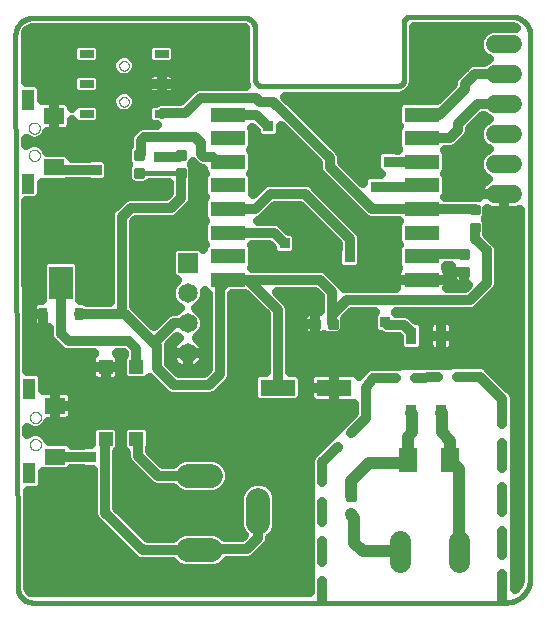
<source format=gtl>
G75*
%MOIN*%
%OFA0B0*%
%FSLAX25Y25*%
%IPPOS*%
%LPD*%
%AMOC8*
5,1,8,0,0,1.08239X$1,22.5*
%
%ADD10C,0.03200*%
%ADD11C,0.01600*%
%ADD12R,0.11811X0.04724*%
%ADD13C,0.06000*%
%ADD14R,0.11811X0.05512*%
%ADD15R,0.02756X0.04331*%
%ADD16R,0.02756X0.07087*%
%ADD17R,0.07874X0.11024*%
%ADD18R,0.02500X0.05000*%
%ADD19C,0.07050*%
%ADD20R,0.05906X0.08268*%
%ADD21R,0.04724X0.04724*%
%ADD22C,0.07874*%
%ADD23C,0.00875*%
%ADD24R,0.05000X0.02500*%
%ADD25C,0.00000*%
%ADD26R,0.03500X0.05701*%
%ADD27R,0.07000X0.05500*%
%ADD28R,0.04000X0.07000*%
%ADD29R,0.06500X0.06500*%
%ADD30C,0.06500*%
%ADD31R,0.03562X0.03562*%
%ADD32C,0.04000*%
D10*
X0018562Y0047941D02*
X0019181Y0047684D01*
X0019517Y0047651D01*
X0111773Y0047651D01*
X0111773Y0091937D01*
X0112413Y0093481D01*
X0126340Y0107408D01*
X0126340Y0110602D01*
X0126072Y0110549D01*
X0119910Y0110549D01*
X0119910Y0115905D01*
X0119910Y0121261D01*
X0113749Y0121261D01*
X0113246Y0121161D01*
X0112773Y0120965D01*
X0112347Y0120680D01*
X0111985Y0120318D01*
X0111701Y0119892D01*
X0111505Y0119419D01*
X0111405Y0118917D01*
X0111405Y0115905D01*
X0119910Y0115905D01*
X0119910Y0115905D01*
X0119910Y0115905D01*
X0119910Y0121261D01*
X0126072Y0121261D01*
X0126574Y0121161D01*
X0127047Y0120965D01*
X0127473Y0120680D01*
X0127835Y0120318D01*
X0128120Y0119892D01*
X0128177Y0119754D01*
X0129210Y0121132D01*
X0129316Y0121394D01*
X0129707Y0121794D01*
X0130044Y0122243D01*
X0130287Y0122386D01*
X0130484Y0122588D01*
X0130999Y0122808D01*
X0131481Y0123094D01*
X0131761Y0123134D01*
X0132020Y0123245D01*
X0132581Y0123251D01*
X0133135Y0123330D01*
X0133409Y0123260D01*
X0167478Y0123639D01*
X0167500Y0123648D01*
X0168313Y0123648D01*
X0169124Y0123657D01*
X0169147Y0123648D01*
X0169171Y0123648D01*
X0169922Y0123337D01*
X0170675Y0123035D01*
X0170692Y0123018D01*
X0170715Y0123009D01*
X0171289Y0122434D01*
X0171869Y0121867D01*
X0171879Y0121844D01*
X0178195Y0115528D01*
X0179376Y0114347D01*
X0180016Y0112803D01*
X0180016Y0048769D01*
X0180439Y0049077D01*
X0181334Y0050309D01*
X0181805Y0051757D01*
X0181865Y0052519D01*
X0181865Y0175201D01*
X0181691Y0175112D01*
X0180852Y0174839D01*
X0179982Y0174702D01*
X0176541Y0174702D01*
X0176541Y0180301D01*
X0176541Y0180301D01*
X0176541Y0174702D01*
X0173100Y0174702D01*
X0172230Y0174839D01*
X0171391Y0175112D01*
X0170913Y0175356D01*
X0170913Y0173407D01*
X0170480Y0172361D01*
X0170404Y0172285D01*
X0170480Y0172209D01*
X0170913Y0171163D01*
X0170913Y0167407D01*
X0170824Y0167191D01*
X0172963Y0165052D01*
X0174090Y0163925D01*
X0174700Y0162452D01*
X0174700Y0149834D01*
X0174090Y0148362D01*
X0168578Y0142850D01*
X0167451Y0141723D01*
X0165978Y0141113D01*
X0140328Y0141113D01*
X0140581Y0140859D01*
X0143931Y0140859D01*
X0145404Y0140249D01*
X0146531Y0139122D01*
X0147283Y0138369D01*
X0147843Y0138369D01*
X0148728Y0138003D01*
X0149405Y0137326D01*
X0149771Y0136441D01*
X0149771Y0129783D01*
X0149405Y0128898D01*
X0148728Y0128221D01*
X0147843Y0127854D01*
X0143385Y0127854D01*
X0142501Y0128221D01*
X0141824Y0128898D01*
X0141457Y0129783D01*
X0141457Y0132845D01*
X0136825Y0132845D01*
X0135361Y0133451D01*
X0134575Y0133451D01*
X0133690Y0133818D01*
X0133013Y0134495D01*
X0132646Y0135379D01*
X0132646Y0139899D01*
X0133013Y0140784D01*
X0133342Y0141113D01*
X0125896Y0141113D01*
X0123519Y0138736D01*
X0123519Y0135367D01*
X0123086Y0134322D01*
X0122286Y0133522D01*
X0121241Y0133089D01*
X0117484Y0133089D01*
X0116497Y0133497D01*
X0116113Y0133241D01*
X0115561Y0133012D01*
X0114974Y0132896D01*
X0113362Y0132896D01*
X0113362Y0137246D01*
X0113362Y0141596D01*
X0111751Y0141596D01*
X0111164Y0141479D01*
X0110611Y0141250D01*
X0110113Y0140918D01*
X0109690Y0140494D01*
X0109358Y0139997D01*
X0109129Y0139444D01*
X0109012Y0138857D01*
X0109012Y0137246D01*
X0113362Y0137246D01*
X0113362Y0137246D01*
X0113362Y0137246D01*
X0113362Y0141596D01*
X0114974Y0141596D01*
X0115111Y0141568D01*
X0115111Y0146216D01*
X0113547Y0147780D01*
X0100839Y0147780D01*
X0104410Y0144209D01*
X0105020Y0142736D01*
X0105020Y0121068D01*
X0107397Y0121068D01*
X0108282Y0120701D01*
X0108959Y0120024D01*
X0109325Y0119139D01*
X0109325Y0112670D01*
X0108959Y0111785D01*
X0108282Y0111108D01*
X0107397Y0110742D01*
X0094628Y0110742D01*
X0093744Y0111108D01*
X0093066Y0111785D01*
X0092700Y0112670D01*
X0092700Y0119139D01*
X0093066Y0120024D01*
X0093744Y0120701D01*
X0094628Y0121068D01*
X0097006Y0121068D01*
X0097006Y0140280D01*
X0090268Y0147017D01*
X0085724Y0147017D01*
X0085724Y0119519D01*
X0085114Y0118047D01*
X0083986Y0116919D01*
X0080443Y0113376D01*
X0078970Y0112766D01*
X0065565Y0112766D01*
X0064092Y0113376D01*
X0062965Y0114503D01*
X0058343Y0119125D01*
X0058311Y0119046D01*
X0057634Y0118369D01*
X0056749Y0118002D01*
X0051067Y0118002D01*
X0050182Y0118369D01*
X0049505Y0119046D01*
X0049139Y0119931D01*
X0049139Y0125613D01*
X0049505Y0126497D01*
X0049901Y0126893D01*
X0049901Y0127174D01*
X0049742Y0127333D01*
X0047422Y0127333D01*
X0047691Y0127153D01*
X0048053Y0126791D01*
X0048338Y0126365D01*
X0048534Y0125892D01*
X0048634Y0125390D01*
X0048634Y0122772D01*
X0043672Y0122772D01*
X0043672Y0122772D01*
X0048634Y0122772D01*
X0048634Y0120153D01*
X0048534Y0119651D01*
X0048338Y0119178D01*
X0048053Y0118752D01*
X0047691Y0118390D01*
X0047265Y0118105D01*
X0046792Y0117909D01*
X0046290Y0117809D01*
X0043672Y0117809D01*
X0043672Y0122772D01*
X0043672Y0122772D01*
X0043672Y0122772D01*
X0038709Y0122772D01*
X0038709Y0125390D01*
X0038809Y0125892D01*
X0039005Y0126365D01*
X0039290Y0126791D01*
X0039652Y0127153D01*
X0039921Y0127333D01*
X0030526Y0127333D01*
X0029053Y0127943D01*
X0026691Y0130305D01*
X0025564Y0131433D01*
X0024954Y0132905D01*
X0024954Y0135702D01*
X0024611Y0135634D01*
X0022977Y0135634D01*
X0022977Y0140399D01*
X0022977Y0140399D01*
X0018999Y0140399D01*
X0018999Y0137978D01*
X0019099Y0137475D01*
X0019295Y0137002D01*
X0019580Y0136576D01*
X0019942Y0136214D01*
X0020368Y0135930D01*
X0020841Y0135734D01*
X0021343Y0135634D01*
X0022977Y0135634D01*
X0022977Y0140399D01*
X0022977Y0140399D01*
X0018999Y0140399D01*
X0018999Y0142821D01*
X0019099Y0143323D01*
X0019295Y0143796D01*
X0019580Y0144222D01*
X0019942Y0144584D01*
X0020368Y0144869D01*
X0020841Y0145065D01*
X0021343Y0145165D01*
X0022539Y0145165D01*
X0022539Y0156823D01*
X0022905Y0157708D01*
X0023582Y0158385D01*
X0024467Y0158751D01*
X0033298Y0158751D01*
X0034183Y0158385D01*
X0034860Y0157708D01*
X0035227Y0156823D01*
X0035227Y0144972D01*
X0036645Y0144972D01*
X0037530Y0144605D01*
X0037729Y0144406D01*
X0045032Y0144406D01*
X0045032Y0173476D01*
X0045642Y0174949D01*
X0046770Y0176076D01*
X0049919Y0179225D01*
X0051392Y0179835D01*
X0063915Y0179835D01*
X0064717Y0180638D01*
X0064717Y0184188D01*
X0058386Y0184188D01*
X0057869Y0183671D01*
X0056823Y0183238D01*
X0053067Y0183238D01*
X0052021Y0183671D01*
X0051221Y0184471D01*
X0050788Y0185517D01*
X0050788Y0189274D01*
X0051221Y0190319D01*
X0051297Y0190395D01*
X0051221Y0190471D01*
X0050788Y0191517D01*
X0050788Y0195274D01*
X0051221Y0196319D01*
X0051331Y0196430D01*
X0051331Y0199066D01*
X0051942Y0200539D01*
X0053069Y0201666D01*
X0054250Y0202847D01*
X0055723Y0203457D01*
X0060811Y0203457D01*
X0060685Y0203510D01*
X0059348Y0203510D01*
X0058463Y0203876D01*
X0057786Y0204553D01*
X0057420Y0205438D01*
X0057420Y0208896D01*
X0057786Y0209780D01*
X0058463Y0210458D01*
X0059348Y0210824D01*
X0060462Y0210824D01*
X0061687Y0211331D01*
X0068639Y0211331D01*
X0073147Y0215840D01*
X0074620Y0216450D01*
X0090573Y0216450D01*
X0090132Y0217514D01*
X0090132Y0235590D01*
X0090130Y0235618D01*
X0090108Y0235669D01*
X0090069Y0235709D01*
X0090017Y0235730D01*
X0089989Y0235733D01*
X0019517Y0235733D01*
X0019125Y0235702D01*
X0018379Y0235460D01*
X0017745Y0234999D01*
X0017284Y0234365D01*
X0017042Y0233620D01*
X0017011Y0233228D01*
X0017077Y0217783D01*
X0020384Y0217783D01*
X0021269Y0217416D01*
X0021946Y0216739D01*
X0022313Y0215854D01*
X0022313Y0211659D01*
X0022649Y0211726D01*
X0026405Y0211726D01*
X0026405Y0206376D01*
X0026406Y0206376D01*
X0026406Y0211726D01*
X0030162Y0211726D01*
X0030664Y0211626D01*
X0031137Y0211430D01*
X0031563Y0211145D01*
X0031925Y0210783D01*
X0032210Y0210357D01*
X0032406Y0209884D01*
X0032505Y0209382D01*
X0032505Y0209103D01*
X0032786Y0209780D01*
X0033463Y0210458D01*
X0034348Y0210824D01*
X0040306Y0210824D01*
X0041190Y0210458D01*
X0041867Y0209780D01*
X0042234Y0208896D01*
X0042234Y0205438D01*
X0041867Y0204553D01*
X0041190Y0203876D01*
X0040306Y0203510D01*
X0034348Y0203510D01*
X0033463Y0203876D01*
X0032786Y0204553D01*
X0032505Y0205231D01*
X0032505Y0203370D01*
X0032406Y0202867D01*
X0032210Y0202394D01*
X0031925Y0201968D01*
X0031563Y0201606D01*
X0031137Y0201321D01*
X0030664Y0201126D01*
X0030162Y0201026D01*
X0026406Y0201026D01*
X0026406Y0206375D01*
X0026405Y0206375D01*
X0026405Y0201026D01*
X0024173Y0201026D01*
X0023695Y0199871D01*
X0022438Y0198614D01*
X0020795Y0197933D01*
X0019016Y0197933D01*
X0017373Y0198614D01*
X0017158Y0198829D01*
X0017166Y0196931D01*
X0017373Y0197138D01*
X0019016Y0197818D01*
X0020795Y0197818D01*
X0022438Y0197138D01*
X0023695Y0195880D01*
X0024253Y0194533D01*
X0030384Y0194533D01*
X0031269Y0194166D01*
X0031946Y0193489D01*
X0032313Y0192604D01*
X0032313Y0192434D01*
X0038075Y0192434D01*
X0038512Y0192615D01*
X0043032Y0192615D01*
X0043916Y0192248D01*
X0044593Y0191571D01*
X0044960Y0190687D01*
X0044960Y0186167D01*
X0044593Y0185282D01*
X0043916Y0184605D01*
X0043032Y0184239D01*
X0038512Y0184239D01*
X0038075Y0184420D01*
X0030870Y0184420D01*
X0030384Y0184219D01*
X0022427Y0184219D01*
X0022313Y0184266D01*
X0022313Y0179897D01*
X0021946Y0179012D01*
X0021269Y0178335D01*
X0020384Y0177969D01*
X0017248Y0177969D01*
X0017490Y0121326D01*
X0020778Y0121326D01*
X0021663Y0120960D01*
X0022340Y0120282D01*
X0022706Y0119398D01*
X0022706Y0115202D01*
X0023043Y0115269D01*
X0026799Y0115269D01*
X0026799Y0109919D01*
X0026799Y0109919D01*
X0026799Y0115269D01*
X0030555Y0115269D01*
X0031058Y0115169D01*
X0031531Y0114973D01*
X0031957Y0114688D01*
X0032319Y0114326D01*
X0032603Y0113900D01*
X0032799Y0113427D01*
X0032899Y0112925D01*
X0032899Y0109919D01*
X0026799Y0109919D01*
X0026799Y0109919D01*
X0026799Y0104569D01*
X0024567Y0104569D01*
X0024089Y0103414D01*
X0022831Y0102157D01*
X0021188Y0101476D01*
X0019410Y0101476D01*
X0017767Y0102157D01*
X0017572Y0102352D01*
X0017579Y0100493D01*
X0017767Y0100681D01*
X0019410Y0101361D01*
X0021188Y0101361D01*
X0022831Y0100681D01*
X0024089Y0099423D01*
X0024647Y0098076D01*
X0030778Y0098076D01*
X0031663Y0097710D01*
X0032340Y0097032D01*
X0032451Y0096765D01*
X0036106Y0096765D01*
X0036543Y0096946D01*
X0038902Y0096946D01*
X0038902Y0101597D01*
X0039269Y0102482D01*
X0039946Y0103159D01*
X0040831Y0103525D01*
X0046513Y0103525D01*
X0047397Y0103159D01*
X0048074Y0102482D01*
X0048441Y0101597D01*
X0048441Y0095915D01*
X0048074Y0095030D01*
X0047535Y0094490D01*
X0047535Y0075913D01*
X0057786Y0065662D01*
X0066043Y0065662D01*
X0067414Y0067033D01*
X0069746Y0067999D01*
X0080144Y0067999D01*
X0082476Y0067033D01*
X0083453Y0066056D01*
X0089112Y0066056D01*
X0089712Y0066656D01*
X0089252Y0067117D01*
X0088286Y0069448D01*
X0088286Y0079846D01*
X0089252Y0082178D01*
X0091036Y0083963D01*
X0093368Y0084928D01*
X0095892Y0084928D01*
X0098224Y0083963D01*
X0100008Y0082178D01*
X0100974Y0079846D01*
X0100974Y0069448D01*
X0100008Y0067117D01*
X0098637Y0065745D01*
X0098637Y0065110D01*
X0098027Y0063637D01*
X0094169Y0059779D01*
X0093041Y0058652D01*
X0091569Y0058042D01*
X0084240Y0058042D01*
X0082476Y0056277D01*
X0080144Y0055311D01*
X0069746Y0055311D01*
X0067414Y0056277D01*
X0066043Y0057648D01*
X0055329Y0057648D01*
X0053856Y0058258D01*
X0041258Y0070856D01*
X0040131Y0071984D01*
X0039520Y0073456D01*
X0039520Y0088569D01*
X0036543Y0088569D01*
X0036106Y0088750D01*
X0032285Y0088750D01*
X0031663Y0088128D01*
X0030778Y0087762D01*
X0022820Y0087762D01*
X0022706Y0087809D01*
X0022706Y0083440D01*
X0022340Y0082555D01*
X0021663Y0081878D01*
X0020778Y0081512D01*
X0017661Y0081512D01*
X0017796Y0050053D01*
X0017798Y0050046D01*
X0017798Y0049376D01*
X0017798Y0049369D01*
X0017831Y0049034D01*
X0018088Y0048415D01*
X0018562Y0047941D01*
X0017794Y0050336D02*
X0111773Y0050336D01*
X0111773Y0053534D02*
X0017781Y0053534D01*
X0017767Y0056733D02*
X0066958Y0056733D01*
X0066709Y0066328D02*
X0057120Y0066328D01*
X0053921Y0069527D02*
X0088286Y0069527D01*
X0088286Y0072725D02*
X0050723Y0072725D01*
X0047535Y0075924D02*
X0088286Y0075924D01*
X0088286Y0079122D02*
X0047535Y0079122D01*
X0047535Y0082321D02*
X0066174Y0082321D01*
X0066043Y0082451D02*
X0067414Y0081080D01*
X0069746Y0080114D01*
X0080144Y0080114D01*
X0082476Y0081080D01*
X0084260Y0082865D01*
X0085226Y0085196D01*
X0085226Y0087720D01*
X0084260Y0090052D01*
X0082476Y0091837D01*
X0080144Y0092802D01*
X0069746Y0092802D01*
X0067414Y0091837D01*
X0066043Y0090465D01*
X0062904Y0090465D01*
X0058558Y0094811D01*
X0058558Y0095628D01*
X0058677Y0095915D01*
X0058677Y0101597D01*
X0058311Y0102482D01*
X0057634Y0103159D01*
X0056749Y0103525D01*
X0051067Y0103525D01*
X0050182Y0103159D01*
X0049505Y0102482D01*
X0049139Y0101597D01*
X0049139Y0095915D01*
X0049505Y0095030D01*
X0050182Y0094353D01*
X0050544Y0094203D01*
X0050544Y0092354D01*
X0051154Y0090881D01*
X0052281Y0089754D01*
X0058974Y0083061D01*
X0060447Y0082451D01*
X0066043Y0082451D01*
X0061244Y0086458D02*
X0054551Y0093151D01*
X0054551Y0098113D01*
X0053908Y0098756D01*
X0058677Y0098313D02*
X0117245Y0098313D01*
X0120994Y0096122D02*
X0115973Y0091102D01*
X0115973Y0084287D01*
X0111773Y0085519D02*
X0085226Y0085519D01*
X0084813Y0088718D02*
X0111773Y0088718D01*
X0111773Y0091916D02*
X0082283Y0091916D01*
X0074945Y0086458D02*
X0061244Y0086458D01*
X0061453Y0091916D02*
X0067607Y0091916D01*
X0058558Y0095115D02*
X0114047Y0095115D01*
X0120444Y0101512D02*
X0058677Y0101512D01*
X0049139Y0101512D02*
X0048441Y0101512D01*
X0048441Y0098313D02*
X0049139Y0098313D01*
X0049470Y0095115D02*
X0048110Y0095115D01*
X0047535Y0091916D02*
X0050725Y0091916D01*
X0053318Y0088718D02*
X0047535Y0088718D01*
X0047535Y0085519D02*
X0056516Y0085519D01*
X0043528Y0074254D02*
X0043528Y0098612D01*
X0043672Y0098756D01*
X0038902Y0098313D02*
X0024549Y0098313D01*
X0021274Y0101512D02*
X0038902Y0101512D01*
X0032603Y0105937D02*
X0032799Y0106410D01*
X0032899Y0106913D01*
X0032899Y0109919D01*
X0026799Y0109919D01*
X0026799Y0109919D01*
X0026799Y0104569D01*
X0030555Y0104569D01*
X0031058Y0104669D01*
X0031531Y0104865D01*
X0031957Y0105149D01*
X0032319Y0105511D01*
X0032603Y0105937D01*
X0031158Y0104710D02*
X0123642Y0104710D01*
X0126340Y0107909D02*
X0032899Y0107909D01*
X0032899Y0111107D02*
X0093746Y0111107D01*
X0092700Y0114306D02*
X0081373Y0114306D01*
X0078173Y0116773D02*
X0081717Y0120317D01*
X0081717Y0148931D01*
X0084572Y0151787D01*
X0091165Y0151787D01*
X0101013Y0141939D01*
X0101013Y0115905D01*
X0093747Y0120703D02*
X0085724Y0120703D01*
X0084571Y0117504D02*
X0092700Y0117504D01*
X0097006Y0123901D02*
X0085724Y0123901D01*
X0085724Y0127100D02*
X0097006Y0127100D01*
X0097006Y0130298D02*
X0085724Y0130298D01*
X0085724Y0133497D02*
X0097006Y0133497D01*
X0097006Y0136695D02*
X0085724Y0136695D01*
X0085724Y0139894D02*
X0097006Y0139894D01*
X0094193Y0143092D02*
X0085724Y0143092D01*
X0085724Y0146291D02*
X0090994Y0146291D01*
X0091165Y0151787D02*
X0115207Y0151787D01*
X0119118Y0147876D01*
X0119118Y0140002D01*
X0124236Y0145120D01*
X0165181Y0145120D01*
X0170693Y0150631D01*
X0170693Y0161655D01*
X0166756Y0165592D01*
X0166756Y0168742D01*
X0170913Y0168681D02*
X0181865Y0168681D01*
X0181865Y0171879D02*
X0170617Y0171879D01*
X0170913Y0175078D02*
X0171497Y0175078D01*
X0176541Y0175078D02*
X0176541Y0175078D01*
X0176541Y0178276D02*
X0176541Y0178276D01*
X0176541Y0180302D02*
X0167941Y0180302D01*
X0176541Y0180302D01*
X0176541Y0180302D01*
X0171227Y0185408D02*
X0170606Y0185091D01*
X0169893Y0184573D01*
X0169270Y0183950D01*
X0168751Y0183237D01*
X0168351Y0182451D01*
X0168079Y0181613D01*
X0167941Y0180742D01*
X0167941Y0180302D01*
X0167941Y0179861D01*
X0168007Y0179442D01*
X0164878Y0179442D01*
X0164515Y0179292D01*
X0156928Y0179292D01*
X0156874Y0179346D01*
X0157086Y0179557D01*
X0157452Y0180442D01*
X0157452Y0186124D01*
X0157086Y0187008D01*
X0156874Y0187220D01*
X0157086Y0187431D01*
X0157452Y0188316D01*
X0157452Y0193998D01*
X0157086Y0194882D01*
X0156918Y0195050D01*
X0159285Y0195050D01*
X0160758Y0195660D01*
X0161885Y0196787D01*
X0164641Y0199543D01*
X0165251Y0201016D01*
X0165251Y0202121D01*
X0169424Y0206294D01*
X0169901Y0206294D01*
X0170478Y0205718D01*
X0171483Y0205302D01*
X0170478Y0204885D01*
X0168957Y0203364D01*
X0168134Y0201377D01*
X0168134Y0199226D01*
X0168957Y0197239D01*
X0170478Y0195718D01*
X0171483Y0195302D01*
X0170478Y0194885D01*
X0168957Y0193364D01*
X0168134Y0191377D01*
X0168134Y0189226D01*
X0168957Y0187239D01*
X0170478Y0185718D01*
X0171227Y0185408D01*
X0170031Y0184673D02*
X0157452Y0184673D01*
X0157452Y0181475D02*
X0168057Y0181475D01*
X0166756Y0175285D02*
X0149263Y0175285D01*
X0149139Y0175409D02*
X0132530Y0175409D01*
X0118331Y0189608D01*
X0118331Y0192364D01*
X0099433Y0211261D01*
X0095102Y0211261D01*
X0093921Y0212443D01*
X0075417Y0212443D01*
X0070299Y0207324D01*
X0062484Y0207324D01*
X0062327Y0207167D01*
X0057420Y0207063D02*
X0050893Y0207063D01*
X0050662Y0206967D02*
X0052206Y0207606D01*
X0053387Y0208788D01*
X0054027Y0210331D01*
X0054027Y0212002D01*
X0053387Y0213546D01*
X0052206Y0214728D01*
X0050662Y0215367D01*
X0048991Y0215367D01*
X0047448Y0214728D01*
X0046266Y0213546D01*
X0045627Y0212002D01*
X0045627Y0210331D01*
X0046266Y0208788D01*
X0047448Y0207606D01*
X0048991Y0206967D01*
X0050662Y0206967D01*
X0048760Y0207063D02*
X0042234Y0207063D01*
X0041387Y0210261D02*
X0045656Y0210261D01*
X0046230Y0213460D02*
X0022313Y0213460D01*
X0021980Y0216658D02*
X0032420Y0216658D01*
X0032420Y0215438D02*
X0032420Y0218896D01*
X0032786Y0219780D01*
X0033463Y0220458D01*
X0034348Y0220824D01*
X0040306Y0220824D01*
X0041190Y0220458D01*
X0041867Y0219780D01*
X0042234Y0218896D01*
X0042234Y0215438D01*
X0041867Y0214553D01*
X0041190Y0213876D01*
X0040306Y0213510D01*
X0034348Y0213510D01*
X0033463Y0213876D01*
X0032786Y0214553D01*
X0032420Y0215438D01*
X0032862Y0219857D02*
X0017068Y0219857D01*
X0017055Y0223055D02*
X0045627Y0223055D01*
X0045627Y0222331D02*
X0046266Y0220788D01*
X0047448Y0219606D01*
X0048991Y0218967D01*
X0050662Y0218967D01*
X0052206Y0219606D01*
X0053387Y0220788D01*
X0054027Y0222331D01*
X0054027Y0224002D01*
X0053387Y0225546D01*
X0052206Y0226728D01*
X0050662Y0227367D01*
X0048991Y0227367D01*
X0047448Y0226728D01*
X0046266Y0225546D01*
X0045627Y0224002D01*
X0045627Y0222331D01*
X0047197Y0219857D02*
X0041791Y0219857D01*
X0042234Y0216658D02*
X0057227Y0216658D01*
X0057227Y0217167D02*
X0057227Y0215661D01*
X0057327Y0215159D01*
X0057523Y0214685D01*
X0057807Y0214260D01*
X0058169Y0213897D01*
X0058595Y0213613D01*
X0059068Y0213417D01*
X0059571Y0213317D01*
X0062327Y0213317D01*
X0065083Y0213317D01*
X0065585Y0213417D01*
X0066058Y0213613D01*
X0066484Y0213897D01*
X0066846Y0214260D01*
X0067131Y0214685D01*
X0067327Y0215159D01*
X0067427Y0215661D01*
X0067427Y0217167D01*
X0067427Y0218673D01*
X0067327Y0219175D01*
X0067131Y0219648D01*
X0066846Y0220074D01*
X0066484Y0220436D01*
X0066058Y0220721D01*
X0065585Y0220917D01*
X0065083Y0221017D01*
X0062327Y0221017D01*
X0062327Y0217167D01*
X0067427Y0217167D01*
X0062327Y0217167D01*
X0062327Y0217167D01*
X0062327Y0217167D01*
X0062327Y0213317D01*
X0062327Y0217167D01*
X0062327Y0217167D01*
X0062327Y0221017D01*
X0059571Y0221017D01*
X0059068Y0220917D01*
X0058595Y0220721D01*
X0058169Y0220436D01*
X0057807Y0220074D01*
X0057523Y0219648D01*
X0057327Y0219175D01*
X0057227Y0218673D01*
X0057227Y0217167D01*
X0062327Y0217167D01*
X0062327Y0217167D01*
X0057227Y0217167D01*
X0057662Y0219857D02*
X0052456Y0219857D01*
X0054027Y0223055D02*
X0090132Y0223055D01*
X0090132Y0219857D02*
X0066992Y0219857D01*
X0067427Y0216658D02*
X0090487Y0216658D01*
X0090132Y0226254D02*
X0067234Y0226254D01*
X0067234Y0225438D02*
X0067234Y0228896D01*
X0066867Y0229780D01*
X0066190Y0230458D01*
X0065306Y0230824D01*
X0059348Y0230824D01*
X0058463Y0230458D01*
X0057786Y0229780D01*
X0057420Y0228896D01*
X0057420Y0225438D01*
X0057786Y0224553D01*
X0058463Y0223876D01*
X0059348Y0223510D01*
X0065306Y0223510D01*
X0066190Y0223876D01*
X0066867Y0224553D01*
X0067234Y0225438D01*
X0067003Y0229452D02*
X0090132Y0229452D01*
X0090132Y0232651D02*
X0017014Y0232651D01*
X0017027Y0229452D02*
X0032650Y0229452D01*
X0032786Y0229780D02*
X0032420Y0228896D01*
X0032420Y0225438D01*
X0032786Y0224553D01*
X0033463Y0223876D01*
X0034348Y0223510D01*
X0040306Y0223510D01*
X0041190Y0223876D01*
X0041867Y0224553D01*
X0042234Y0225438D01*
X0042234Y0228896D01*
X0041867Y0229780D01*
X0041190Y0230458D01*
X0040306Y0230824D01*
X0034348Y0230824D01*
X0033463Y0230458D01*
X0032786Y0229780D01*
X0032420Y0226254D02*
X0017041Y0226254D01*
X0026405Y0210261D02*
X0026406Y0210261D01*
X0026405Y0207063D02*
X0026406Y0207063D01*
X0026405Y0203864D02*
X0026406Y0203864D01*
X0024024Y0200666D02*
X0052068Y0200666D01*
X0051331Y0197467D02*
X0021642Y0197467D01*
X0018169Y0197467D02*
X0017164Y0197467D01*
X0026406Y0189376D02*
X0027354Y0188427D01*
X0040772Y0188427D01*
X0044960Y0187872D02*
X0050788Y0187872D01*
X0051137Y0184673D02*
X0043984Y0184673D01*
X0044801Y0191070D02*
X0050973Y0191070D01*
X0050788Y0194269D02*
X0031022Y0194269D01*
X0032505Y0203864D02*
X0033493Y0203864D01*
X0033267Y0210261D02*
X0032249Y0210261D01*
X0041161Y0203864D02*
X0058493Y0203864D01*
X0056520Y0199450D02*
X0055339Y0198269D01*
X0055339Y0193789D01*
X0054945Y0193395D01*
X0056520Y0199450D02*
X0073449Y0199450D01*
X0075417Y0197482D01*
X0075417Y0193939D01*
X0076624Y0192731D01*
X0079380Y0192731D01*
X0076260Y0188724D02*
X0076260Y0188316D01*
X0076626Y0187431D01*
X0076838Y0187220D01*
X0076626Y0187008D01*
X0076260Y0186124D01*
X0076260Y0180442D01*
X0076626Y0179557D01*
X0076838Y0179346D01*
X0076626Y0179134D01*
X0076260Y0178250D01*
X0076260Y0172568D01*
X0076626Y0171683D01*
X0076838Y0171472D01*
X0076626Y0171260D01*
X0076260Y0170376D01*
X0076260Y0164694D01*
X0076626Y0163809D01*
X0076838Y0163598D01*
X0076626Y0163386D01*
X0076260Y0162502D01*
X0076260Y0162095D01*
X0075700Y0162654D01*
X0074815Y0163021D01*
X0067358Y0163021D01*
X0066473Y0162654D01*
X0065796Y0161977D01*
X0065430Y0161093D01*
X0065430Y0153635D01*
X0065796Y0152750D01*
X0066473Y0152073D01*
X0067358Y0151707D01*
X0067429Y0151707D01*
X0066291Y0150568D01*
X0065430Y0148489D01*
X0065430Y0146239D01*
X0066291Y0144159D01*
X0067882Y0142568D01*
X0068375Y0142364D01*
X0067882Y0142160D01*
X0067093Y0141371D01*
X0065683Y0141371D01*
X0064210Y0140761D01*
X0059866Y0136416D01*
X0053046Y0143236D01*
X0053046Y0171019D01*
X0053849Y0171821D01*
X0066372Y0171821D01*
X0067845Y0172431D01*
X0068972Y0173559D01*
X0072121Y0176708D01*
X0072731Y0178181D01*
X0072731Y0185155D01*
X0072881Y0185517D01*
X0072881Y0189274D01*
X0072448Y0190319D01*
X0072372Y0190395D01*
X0072448Y0190471D01*
X0072674Y0191015D01*
X0073147Y0190542D01*
X0074355Y0189334D01*
X0075827Y0188724D01*
X0076260Y0188724D01*
X0076444Y0187872D02*
X0072881Y0187872D01*
X0072731Y0184673D02*
X0076260Y0184673D01*
X0076260Y0181475D02*
X0072731Y0181475D01*
X0072731Y0178276D02*
X0076271Y0178276D01*
X0076260Y0175078D02*
X0070491Y0175078D01*
X0068724Y0178978D02*
X0065575Y0175828D01*
X0052189Y0175828D01*
X0049039Y0172679D01*
X0049039Y0141974D01*
X0050217Y0140399D02*
X0059866Y0130750D01*
X0066480Y0137364D01*
X0071087Y0137364D01*
X0067617Y0132833D02*
X0067882Y0132568D01*
X0068176Y0132446D01*
X0068021Y0132367D01*
X0067276Y0131826D01*
X0066624Y0131175D01*
X0066083Y0130430D01*
X0065665Y0129609D01*
X0065381Y0128734D01*
X0065237Y0127824D01*
X0065237Y0127364D01*
X0071086Y0127364D01*
X0071086Y0127364D01*
X0065237Y0127364D01*
X0065237Y0126903D01*
X0065381Y0125994D01*
X0065665Y0125118D01*
X0066083Y0124298D01*
X0066624Y0123553D01*
X0067276Y0122902D01*
X0068021Y0122360D01*
X0068841Y0121942D01*
X0069717Y0121658D01*
X0070626Y0121514D01*
X0071087Y0121514D01*
X0071547Y0121514D01*
X0072456Y0121658D01*
X0073332Y0121942D01*
X0074153Y0122360D01*
X0074898Y0122902D01*
X0075549Y0123553D01*
X0076090Y0124298D01*
X0076508Y0125118D01*
X0076793Y0125994D01*
X0076937Y0126903D01*
X0076937Y0127364D01*
X0076937Y0127824D01*
X0076793Y0128734D01*
X0076508Y0129609D01*
X0076090Y0130430D01*
X0075549Y0131175D01*
X0074898Y0131826D01*
X0074153Y0132367D01*
X0073997Y0132446D01*
X0074291Y0132568D01*
X0075882Y0134159D01*
X0076744Y0136239D01*
X0076744Y0138489D01*
X0075882Y0140568D01*
X0074291Y0142160D01*
X0073798Y0142364D01*
X0074291Y0142568D01*
X0075882Y0144159D01*
X0076744Y0146239D01*
X0076744Y0147944D01*
X0077303Y0147384D01*
X0077709Y0147216D01*
X0077709Y0121976D01*
X0076513Y0120780D01*
X0068022Y0120780D01*
X0064857Y0123945D01*
X0064857Y0130074D01*
X0067617Y0132833D01*
X0066016Y0130298D02*
X0065082Y0130298D01*
X0065237Y0127100D02*
X0064857Y0127100D01*
X0064901Y0123901D02*
X0066371Y0123901D01*
X0071087Y0123901D02*
X0071087Y0123901D01*
X0071087Y0121514D02*
X0071087Y0127364D01*
X0076937Y0127364D01*
X0071087Y0127364D01*
X0071087Y0127364D01*
X0071087Y0127364D01*
X0071087Y0121514D01*
X0075802Y0123901D02*
X0077709Y0123901D01*
X0077709Y0127100D02*
X0076937Y0127100D01*
X0077709Y0130298D02*
X0076157Y0130298D01*
X0075220Y0133497D02*
X0077709Y0133497D01*
X0077709Y0136695D02*
X0076744Y0136695D01*
X0076162Y0139894D02*
X0077709Y0139894D01*
X0077709Y0143092D02*
X0074816Y0143092D01*
X0076744Y0146291D02*
X0077709Y0146291D01*
X0067358Y0143092D02*
X0053190Y0143092D01*
X0056389Y0139894D02*
X0063344Y0139894D01*
X0060145Y0136695D02*
X0059587Y0136695D01*
X0059866Y0130750D02*
X0060850Y0129765D01*
X0060850Y0122285D01*
X0066362Y0116773D01*
X0078173Y0116773D01*
X0071087Y0127100D02*
X0071087Y0127100D01*
X0059964Y0117504D02*
X0022706Y0117504D01*
X0021919Y0120703D02*
X0038709Y0120703D01*
X0038709Y0120153D02*
X0038809Y0119651D01*
X0039005Y0119178D01*
X0039290Y0118752D01*
X0039652Y0118390D01*
X0040078Y0118105D01*
X0040551Y0117909D01*
X0041053Y0117809D01*
X0043672Y0117809D01*
X0043672Y0122772D01*
X0038709Y0122772D01*
X0038709Y0120153D01*
X0038709Y0123901D02*
X0017479Y0123901D01*
X0017466Y0127100D02*
X0039599Y0127100D01*
X0043672Y0120703D02*
X0043672Y0120703D01*
X0048634Y0120703D02*
X0049139Y0120703D01*
X0049139Y0123901D02*
X0048634Y0123901D01*
X0047745Y0127100D02*
X0049901Y0127100D01*
X0053908Y0128834D02*
X0051402Y0131340D01*
X0031323Y0131340D01*
X0028961Y0133702D01*
X0028961Y0141699D01*
X0028883Y0141777D01*
X0028883Y0150832D01*
X0035227Y0149489D02*
X0045032Y0149489D01*
X0045032Y0146291D02*
X0035227Y0146291D01*
X0034788Y0140399D02*
X0047465Y0140399D01*
X0050217Y0140399D01*
X0053046Y0146291D02*
X0065430Y0146291D01*
X0065844Y0149489D02*
X0053046Y0149489D01*
X0053046Y0152688D02*
X0065858Y0152688D01*
X0065430Y0155886D02*
X0053046Y0155886D01*
X0053046Y0159085D02*
X0065430Y0159085D01*
X0066102Y0162284D02*
X0053046Y0162284D01*
X0053046Y0165482D02*
X0076260Y0165482D01*
X0076260Y0162284D02*
X0076071Y0162284D01*
X0076260Y0168681D02*
X0053046Y0168681D01*
X0048970Y0178276D02*
X0021127Y0178276D01*
X0022313Y0181475D02*
X0064717Y0181475D01*
X0068724Y0178978D02*
X0068724Y0187395D01*
X0068087Y0192757D02*
X0068724Y0193395D01*
X0068087Y0192757D02*
X0061638Y0192757D01*
X0058267Y0210261D02*
X0053998Y0210261D01*
X0053423Y0213460D02*
X0058965Y0213460D01*
X0062327Y0213460D02*
X0062327Y0213460D01*
X0062327Y0216658D02*
X0062327Y0216658D01*
X0062327Y0219857D02*
X0062327Y0219857D01*
X0065689Y0213460D02*
X0070768Y0213460D01*
X0057420Y0226254D02*
X0052680Y0226254D01*
X0046974Y0226254D02*
X0042234Y0226254D01*
X0042003Y0229452D02*
X0057650Y0229452D01*
X0084572Y0206905D02*
X0093947Y0206905D01*
X0097858Y0202994D01*
X0102046Y0202981D02*
X0102046Y0200734D01*
X0101680Y0199849D01*
X0101003Y0199172D01*
X0100118Y0198806D01*
X0095598Y0198806D01*
X0094714Y0199172D01*
X0094037Y0199849D01*
X0093670Y0200734D01*
X0093670Y0201515D01*
X0092582Y0202603D01*
X0092885Y0201872D01*
X0092885Y0196190D01*
X0092519Y0195305D01*
X0092307Y0195094D01*
X0092519Y0194882D01*
X0092885Y0193998D01*
X0092885Y0188316D01*
X0092519Y0187431D01*
X0092307Y0187220D01*
X0092519Y0187008D01*
X0092885Y0186124D01*
X0092885Y0180459D01*
X0096376Y0183950D01*
X0097849Y0184560D01*
X0110860Y0184560D01*
X0112333Y0183950D01*
X0113460Y0182823D01*
X0128421Y0167862D01*
X0129031Y0166389D01*
X0129031Y0161990D01*
X0129212Y0161553D01*
X0129212Y0157033D01*
X0128845Y0156148D01*
X0128168Y0155471D01*
X0127284Y0155105D01*
X0122764Y0155105D01*
X0121879Y0155471D01*
X0121202Y0156148D01*
X0120835Y0157033D01*
X0120835Y0161553D01*
X0121017Y0161990D01*
X0121017Y0163932D01*
X0108403Y0176546D01*
X0100305Y0176546D01*
X0096925Y0173165D01*
X0095797Y0172038D01*
X0094600Y0171542D01*
X0100650Y0171542D01*
X0102123Y0170932D01*
X0104849Y0168205D01*
X0105630Y0168205D01*
X0106515Y0167839D01*
X0107192Y0167162D01*
X0107558Y0166277D01*
X0107558Y0161757D01*
X0107192Y0160873D01*
X0106515Y0160196D01*
X0105630Y0159829D01*
X0101110Y0159829D01*
X0100225Y0160196D01*
X0099548Y0160873D01*
X0099182Y0161757D01*
X0099182Y0162539D01*
X0098193Y0163528D01*
X0092377Y0163528D01*
X0092519Y0163386D01*
X0092885Y0162502D01*
X0092885Y0156820D01*
X0092519Y0155935D01*
X0092377Y0155794D01*
X0116004Y0155794D01*
X0117477Y0155184D01*
X0121388Y0151273D01*
X0122515Y0150145D01*
X0123011Y0148949D01*
X0123439Y0149127D01*
X0140642Y0149127D01*
X0140634Y0149168D01*
X0140634Y0151787D01*
X0149139Y0151787D01*
X0149139Y0151787D01*
X0140634Y0151787D01*
X0140634Y0154405D01*
X0140734Y0154907D01*
X0140930Y0155380D01*
X0141214Y0155806D01*
X0141268Y0155860D01*
X0141193Y0155935D01*
X0140827Y0156820D01*
X0140827Y0162502D01*
X0141193Y0163386D01*
X0141405Y0163598D01*
X0141193Y0163809D01*
X0140827Y0164694D01*
X0140827Y0170376D01*
X0141193Y0171260D01*
X0141334Y0171402D01*
X0131733Y0171402D01*
X0130260Y0172012D01*
X0116061Y0186211D01*
X0114934Y0187338D01*
X0114324Y0188811D01*
X0114324Y0190704D01*
X0102046Y0202981D01*
X0102018Y0200666D02*
X0104362Y0200666D01*
X0107560Y0197467D02*
X0092885Y0197467D01*
X0092885Y0200666D02*
X0093698Y0200666D01*
X0092773Y0194269D02*
X0110759Y0194269D01*
X0113958Y0191070D02*
X0092885Y0191070D01*
X0092701Y0187872D02*
X0114713Y0187872D01*
X0117599Y0184673D02*
X0092885Y0184673D01*
X0092885Y0181475D02*
X0093901Y0181475D01*
X0098646Y0180553D02*
X0093528Y0175435D01*
X0084598Y0175435D01*
X0084572Y0175409D01*
X0084572Y0167535D02*
X0099853Y0167535D01*
X0103370Y0164017D01*
X0107558Y0165482D02*
X0119467Y0165482D01*
X0121017Y0162284D02*
X0107558Y0162284D01*
X0104374Y0168681D02*
X0116268Y0168681D01*
X0113070Y0171879D02*
X0095415Y0171879D01*
X0098837Y0175078D02*
X0109871Y0175078D01*
X0110063Y0180553D02*
X0098646Y0180553D01*
X0110063Y0180553D02*
X0125024Y0165592D01*
X0125024Y0159293D01*
X0128584Y0155886D02*
X0141242Y0155886D01*
X0140827Y0159085D02*
X0129212Y0159085D01*
X0129031Y0162284D02*
X0140827Y0162284D01*
X0140827Y0165482D02*
X0129031Y0165482D01*
X0127602Y0168681D02*
X0140827Y0168681D01*
X0149803Y0160324D02*
X0149139Y0159661D01*
X0149803Y0160324D02*
X0163213Y0160324D01*
X0158938Y0156317D02*
X0158863Y0155936D01*
X0158863Y0154324D01*
X0158863Y0152713D01*
X0158979Y0152126D01*
X0159208Y0151573D01*
X0159541Y0151076D01*
X0159964Y0150653D01*
X0160461Y0150320D01*
X0161014Y0150091D01*
X0161601Y0149974D01*
X0163213Y0149974D01*
X0164369Y0149974D01*
X0163521Y0149127D01*
X0157637Y0149127D01*
X0157645Y0149168D01*
X0157645Y0151787D01*
X0157645Y0154405D01*
X0157545Y0154907D01*
X0157349Y0155380D01*
X0157064Y0155806D01*
X0157011Y0155860D01*
X0157086Y0155935D01*
X0157244Y0156317D01*
X0158938Y0156317D01*
X0158863Y0155886D02*
X0157037Y0155886D01*
X0158863Y0154324D02*
X0163212Y0154324D01*
X0158863Y0154324D01*
X0158868Y0152688D02*
X0157645Y0152688D01*
X0157645Y0151787D02*
X0149139Y0151787D01*
X0149139Y0151787D01*
X0157645Y0151787D01*
X0157645Y0149489D02*
X0163884Y0149489D01*
X0163213Y0149974D02*
X0163213Y0154324D01*
X0163213Y0154324D01*
X0163213Y0149974D01*
X0163213Y0152688D02*
X0163213Y0152688D01*
X0163212Y0154324D02*
X0163212Y0154324D01*
X0172019Y0146291D02*
X0181865Y0146291D01*
X0181865Y0149489D02*
X0174557Y0149489D01*
X0174700Y0152688D02*
X0181865Y0152688D01*
X0181865Y0155886D02*
X0174700Y0155886D01*
X0174700Y0159085D02*
X0181865Y0159085D01*
X0181865Y0162284D02*
X0174700Y0162284D01*
X0172533Y0165482D02*
X0181865Y0165482D01*
X0181865Y0175078D02*
X0181585Y0175078D01*
X0168695Y0187872D02*
X0157268Y0187872D01*
X0157452Y0191070D02*
X0168134Y0191070D01*
X0169861Y0194269D02*
X0157340Y0194269D01*
X0158488Y0199057D02*
X0149165Y0199057D01*
X0149139Y0199031D01*
X0149113Y0191183D02*
X0149139Y0191157D01*
X0149113Y0191183D02*
X0138016Y0191183D01*
X0140276Y0195371D02*
X0135756Y0195371D01*
X0134871Y0195004D01*
X0134194Y0194327D01*
X0133828Y0193443D01*
X0133828Y0188923D01*
X0134194Y0188038D01*
X0134871Y0187361D01*
X0135494Y0187103D01*
X0131425Y0187103D01*
X0130540Y0186737D01*
X0129863Y0186060D01*
X0129497Y0185175D01*
X0129497Y0184109D01*
X0122338Y0191268D01*
X0122338Y0193161D01*
X0121728Y0194634D01*
X0103463Y0212898D01*
X0141923Y0212898D01*
X0144040Y0213776D01*
X0144040Y0213776D01*
X0145661Y0215397D01*
X0146539Y0217514D01*
X0146539Y0236127D01*
X0178965Y0236127D01*
X0179419Y0236091D01*
X0180282Y0235811D01*
X0180422Y0235709D01*
X0172465Y0235709D01*
X0170478Y0234885D01*
X0168957Y0233364D01*
X0168134Y0231377D01*
X0168134Y0229226D01*
X0168957Y0227239D01*
X0170478Y0225718D01*
X0171483Y0225302D01*
X0170478Y0224885D01*
X0169916Y0224324D01*
X0165959Y0224324D01*
X0164486Y0223714D01*
X0163359Y0222586D01*
X0160209Y0219437D01*
X0159599Y0217964D01*
X0159599Y0217252D01*
X0154021Y0211674D01*
X0142755Y0211674D01*
X0141870Y0211308D01*
X0141193Y0210630D01*
X0140827Y0209746D01*
X0140827Y0204064D01*
X0141193Y0203179D01*
X0141405Y0202968D01*
X0141193Y0202756D01*
X0140827Y0201872D01*
X0140827Y0196190D01*
X0141193Y0195305D01*
X0141308Y0195190D01*
X0140713Y0195190D01*
X0140276Y0195371D01*
X0140827Y0197467D02*
X0118894Y0197467D01*
X0121879Y0194269D02*
X0134170Y0194269D01*
X0133828Y0191070D02*
X0122535Y0191070D01*
X0125734Y0187872D02*
X0134360Y0187872D01*
X0133685Y0182915D02*
X0148772Y0182915D01*
X0149139Y0183283D01*
X0158488Y0199057D02*
X0161244Y0201813D01*
X0161244Y0203781D01*
X0167765Y0210302D01*
X0176541Y0210302D01*
X0169457Y0203864D02*
X0166994Y0203864D01*
X0168134Y0200666D02*
X0165106Y0200666D01*
X0162565Y0197467D02*
X0168862Y0197467D01*
X0154919Y0206905D02*
X0163606Y0215592D01*
X0163606Y0217167D01*
X0166756Y0220317D01*
X0176526Y0220317D01*
X0176541Y0220302D01*
X0169942Y0226254D02*
X0146539Y0226254D01*
X0146539Y0229452D02*
X0168134Y0229452D01*
X0168661Y0232651D02*
X0146539Y0232651D01*
X0146539Y0235849D02*
X0180163Y0235849D01*
X0163828Y0223055D02*
X0146539Y0223055D01*
X0146539Y0219857D02*
X0160629Y0219857D01*
X0159005Y0216658D02*
X0146184Y0216658D01*
X0143278Y0213460D02*
X0155807Y0213460D01*
X0154919Y0206905D02*
X0149139Y0206905D01*
X0140827Y0207063D02*
X0109299Y0207063D01*
X0106100Y0210261D02*
X0141040Y0210261D01*
X0140909Y0203864D02*
X0112497Y0203864D01*
X0115696Y0200666D02*
X0140827Y0200666D01*
X0129497Y0184673D02*
X0128932Y0184673D01*
X0123996Y0178276D02*
X0118007Y0178276D01*
X0120797Y0181475D02*
X0114808Y0181475D01*
X0121205Y0175078D02*
X0127194Y0175078D01*
X0124404Y0171879D02*
X0130580Y0171879D01*
X0120835Y0159085D02*
X0092885Y0159085D01*
X0092885Y0162284D02*
X0099182Y0162284D01*
X0092470Y0155886D02*
X0121464Y0155886D01*
X0119973Y0152688D02*
X0140634Y0152688D01*
X0140634Y0149489D02*
X0122787Y0149489D01*
X0115036Y0146291D02*
X0102328Y0146291D01*
X0104872Y0143092D02*
X0115111Y0143092D01*
X0113362Y0139894D02*
X0113362Y0139894D01*
X0113362Y0137246D02*
X0109012Y0137246D01*
X0109012Y0135634D01*
X0109129Y0135047D01*
X0109358Y0134494D01*
X0109690Y0133997D01*
X0110113Y0133574D01*
X0110611Y0133241D01*
X0111164Y0133012D01*
X0111751Y0132896D01*
X0113362Y0132896D01*
X0113362Y0137246D01*
X0113362Y0137246D01*
X0113362Y0136695D02*
X0113362Y0136695D01*
X0113362Y0133497D02*
X0113362Y0133497D01*
X0110228Y0133497D02*
X0105020Y0133497D01*
X0105020Y0136695D02*
X0109012Y0136695D01*
X0109315Y0139894D02*
X0105020Y0139894D01*
X0105020Y0130298D02*
X0141457Y0130298D01*
X0145614Y0133112D02*
X0145614Y0134372D01*
X0143134Y0136852D01*
X0137622Y0136852D01*
X0136835Y0137639D01*
X0132646Y0136695D02*
X0123519Y0136695D01*
X0124677Y0139894D02*
X0132646Y0139894D01*
X0134464Y0133497D02*
X0122226Y0133497D01*
X0119362Y0137246D02*
X0119118Y0137490D01*
X0119118Y0140002D01*
X0116498Y0133497D02*
X0116496Y0133497D01*
X0119910Y0120703D02*
X0119910Y0120703D01*
X0119910Y0117504D02*
X0119910Y0117504D01*
X0119910Y0115905D02*
X0111405Y0115905D01*
X0111405Y0112893D01*
X0111505Y0112390D01*
X0111701Y0111917D01*
X0111985Y0111491D01*
X0112347Y0111129D01*
X0112773Y0110845D01*
X0113246Y0110649D01*
X0113749Y0110549D01*
X0119910Y0110549D01*
X0119910Y0115905D01*
X0119910Y0115905D01*
X0119910Y0114306D02*
X0119910Y0114306D01*
X0119910Y0111107D02*
X0119910Y0111107D01*
X0112380Y0111107D02*
X0108280Y0111107D01*
X0109325Y0114306D02*
X0111405Y0114306D01*
X0111405Y0117504D02*
X0109325Y0117504D01*
X0108278Y0120703D02*
X0112381Y0120703D01*
X0105020Y0123901D02*
X0181865Y0123901D01*
X0181865Y0127100D02*
X0105020Y0127100D01*
X0130540Y0105669D02*
X0125519Y0100648D01*
X0130540Y0105669D02*
X0130540Y0115905D01*
X0132902Y0119054D01*
X0140447Y0119138D01*
X0146847Y0119209D02*
X0154391Y0119293D01*
X0160791Y0119364D02*
X0168335Y0119448D01*
X0175816Y0111968D01*
X0175816Y0103781D01*
X0180016Y0104710D02*
X0181865Y0104710D01*
X0181865Y0101512D02*
X0180016Y0101512D01*
X0180016Y0098313D02*
X0181865Y0098313D01*
X0181865Y0095115D02*
X0180016Y0095115D01*
X0180016Y0091916D02*
X0181865Y0091916D01*
X0181865Y0088718D02*
X0180016Y0088718D01*
X0180016Y0085519D02*
X0181865Y0085519D01*
X0181865Y0082321D02*
X0180016Y0082321D01*
X0180016Y0079122D02*
X0181865Y0079122D01*
X0181865Y0075924D02*
X0180016Y0075924D01*
X0180016Y0072725D02*
X0181865Y0072725D01*
X0181865Y0069527D02*
X0180016Y0069527D01*
X0180016Y0066328D02*
X0181865Y0066328D01*
X0181865Y0063130D02*
X0180016Y0063130D01*
X0180016Y0059931D02*
X0181865Y0059931D01*
X0181865Y0056733D02*
X0180016Y0056733D01*
X0180016Y0053534D02*
X0181865Y0053534D01*
X0181343Y0050336D02*
X0180016Y0050336D01*
X0175816Y0053619D02*
X0175816Y0045432D01*
X0175816Y0060019D02*
X0175816Y0068206D01*
X0175816Y0074606D02*
X0175816Y0082794D01*
X0175816Y0089194D02*
X0175816Y0097381D01*
X0180016Y0107909D02*
X0181865Y0107909D01*
X0181865Y0111107D02*
X0180016Y0111107D01*
X0179393Y0114306D02*
X0181865Y0114306D01*
X0181865Y0117504D02*
X0176219Y0117504D01*
X0173020Y0120703D02*
X0181865Y0120703D01*
X0181865Y0130298D02*
X0159964Y0130298D01*
X0159964Y0130005D02*
X0159964Y0133112D01*
X0159964Y0136218D01*
X0159864Y0136721D01*
X0159668Y0137194D01*
X0159384Y0137620D01*
X0159022Y0137982D01*
X0158596Y0138266D01*
X0158123Y0138462D01*
X0157620Y0138562D01*
X0155614Y0138562D01*
X0153608Y0138562D01*
X0153106Y0138462D01*
X0152633Y0138266D01*
X0152207Y0137982D01*
X0151845Y0137620D01*
X0151560Y0137194D01*
X0151364Y0136721D01*
X0151264Y0136218D01*
X0151264Y0133112D01*
X0155614Y0133112D01*
X0155614Y0138562D01*
X0155614Y0133112D01*
X0155614Y0133112D01*
X0155614Y0133112D01*
X0151264Y0133112D01*
X0151264Y0130005D01*
X0151364Y0129503D01*
X0151560Y0129030D01*
X0151845Y0128604D01*
X0152207Y0128242D01*
X0152633Y0127957D01*
X0153106Y0127761D01*
X0153608Y0127661D01*
X0155614Y0127661D01*
X0155614Y0133112D01*
X0159964Y0133112D01*
X0155614Y0133112D01*
X0155614Y0133112D01*
X0155614Y0133112D01*
X0155614Y0127661D01*
X0157620Y0127661D01*
X0158123Y0127761D01*
X0158596Y0127957D01*
X0159022Y0128242D01*
X0159384Y0128604D01*
X0159668Y0129030D01*
X0159864Y0129503D01*
X0159964Y0130005D01*
X0159964Y0133497D02*
X0181865Y0133497D01*
X0181865Y0136695D02*
X0159869Y0136695D01*
X0155614Y0136695D02*
X0155614Y0136695D01*
X0155614Y0133497D02*
X0155614Y0133497D01*
X0155614Y0130298D02*
X0155614Y0130298D01*
X0151264Y0130298D02*
X0149771Y0130298D01*
X0149771Y0133497D02*
X0151264Y0133497D01*
X0151359Y0136695D02*
X0149666Y0136695D01*
X0145759Y0139894D02*
X0181865Y0139894D01*
X0181865Y0143092D02*
X0168821Y0143092D01*
X0128889Y0120703D02*
X0127439Y0120703D01*
X0111773Y0082321D02*
X0099865Y0082321D01*
X0100974Y0079122D02*
X0111773Y0079122D01*
X0111773Y0075924D02*
X0100974Y0075924D01*
X0100974Y0072725D02*
X0111773Y0072725D01*
X0111773Y0069527D02*
X0100974Y0069527D01*
X0099220Y0066328D02*
X0111773Y0066328D01*
X0111773Y0063130D02*
X0097519Y0063130D01*
X0094630Y0065907D02*
X0090772Y0062049D01*
X0075339Y0062049D01*
X0074945Y0061655D01*
X0056126Y0061655D01*
X0043528Y0074254D01*
X0039823Y0072725D02*
X0017698Y0072725D01*
X0017712Y0069527D02*
X0042588Y0069527D01*
X0045786Y0066328D02*
X0017726Y0066328D01*
X0017740Y0063130D02*
X0048985Y0063130D01*
X0052183Y0059931D02*
X0017753Y0059931D01*
X0017685Y0075924D02*
X0039520Y0075924D01*
X0039520Y0079122D02*
X0017671Y0079122D01*
X0022105Y0082321D02*
X0039520Y0082321D01*
X0039520Y0085519D02*
X0022706Y0085519D01*
X0026961Y0092757D02*
X0026799Y0092919D01*
X0026961Y0092757D02*
X0038803Y0092757D01*
X0036185Y0088718D02*
X0032252Y0088718D01*
X0026799Y0104710D02*
X0026799Y0104710D01*
X0026799Y0107909D02*
X0026799Y0107909D01*
X0026799Y0111107D02*
X0026799Y0111107D01*
X0026799Y0114306D02*
X0026799Y0114306D01*
X0032332Y0114306D02*
X0063163Y0114306D01*
X0053908Y0122772D02*
X0053908Y0128834D01*
X0045032Y0152688D02*
X0035227Y0152688D01*
X0035227Y0155886D02*
X0045032Y0155886D01*
X0045032Y0159085D02*
X0017329Y0159085D01*
X0017315Y0162284D02*
X0045032Y0162284D01*
X0045032Y0165482D02*
X0017301Y0165482D01*
X0017287Y0168681D02*
X0045032Y0168681D01*
X0045032Y0171879D02*
X0017274Y0171879D01*
X0017260Y0175078D02*
X0045771Y0175078D01*
X0066511Y0171879D02*
X0076545Y0171879D01*
X0026698Y0130298D02*
X0017452Y0130298D01*
X0017438Y0133497D02*
X0024954Y0133497D01*
X0022977Y0136695D02*
X0022977Y0136695D01*
X0022977Y0139894D02*
X0022977Y0139894D01*
X0018999Y0139894D02*
X0017411Y0139894D01*
X0017397Y0143092D02*
X0019053Y0143092D01*
X0017383Y0146291D02*
X0022539Y0146291D01*
X0022539Y0149489D02*
X0017370Y0149489D01*
X0017356Y0152688D02*
X0022539Y0152688D01*
X0022539Y0155886D02*
X0017342Y0155886D01*
X0017424Y0136695D02*
X0019500Y0136695D01*
X0019325Y0101512D02*
X0017575Y0101512D01*
X0083716Y0082321D02*
X0089394Y0082321D01*
X0094630Y0074647D02*
X0094630Y0065907D01*
X0089384Y0066328D02*
X0083181Y0066328D01*
X0082931Y0056733D02*
X0111773Y0056733D01*
X0111773Y0059931D02*
X0094321Y0059931D01*
X0115973Y0057859D02*
X0115973Y0064673D01*
X0115973Y0071073D02*
X0115973Y0077887D01*
X0115973Y0051459D02*
X0115973Y0044645D01*
D11*
X0176997Y0044251D02*
X0019517Y0044251D01*
X0019376Y0044253D01*
X0019235Y0044259D01*
X0019094Y0044268D01*
X0018954Y0044282D01*
X0018814Y0044300D01*
X0018675Y0044321D01*
X0018536Y0044346D01*
X0018398Y0044375D01*
X0018261Y0044408D01*
X0018124Y0044444D01*
X0017989Y0044484D01*
X0017855Y0044528D01*
X0017722Y0044576D01*
X0017591Y0044627D01*
X0017461Y0044682D01*
X0017333Y0044741D01*
X0017206Y0044802D01*
X0017081Y0044868D01*
X0016958Y0044937D01*
X0016837Y0045009D01*
X0016718Y0045084D01*
X0016601Y0045163D01*
X0016486Y0045245D01*
X0016373Y0045330D01*
X0016263Y0045418D01*
X0016156Y0045509D01*
X0016051Y0045604D01*
X0015948Y0045701D01*
X0015849Y0045800D01*
X0015752Y0045903D01*
X0015657Y0046008D01*
X0015566Y0046115D01*
X0015478Y0046225D01*
X0015393Y0046338D01*
X0015311Y0046453D01*
X0015232Y0046570D01*
X0015157Y0046689D01*
X0015085Y0046810D01*
X0015016Y0046933D01*
X0014950Y0047058D01*
X0014889Y0047185D01*
X0014830Y0047313D01*
X0014775Y0047443D01*
X0014724Y0047574D01*
X0014676Y0047707D01*
X0014632Y0047841D01*
X0014592Y0047976D01*
X0014556Y0048113D01*
X0014523Y0048250D01*
X0014494Y0048388D01*
X0014469Y0048527D01*
X0014448Y0048666D01*
X0014430Y0048806D01*
X0014416Y0048946D01*
X0014407Y0049087D01*
X0014401Y0049228D01*
X0014399Y0049369D01*
X0014398Y0049369D02*
X0013611Y0233228D01*
X0013613Y0233380D01*
X0013619Y0233532D01*
X0013629Y0233684D01*
X0013642Y0233835D01*
X0013660Y0233986D01*
X0013681Y0234137D01*
X0013707Y0234287D01*
X0013736Y0234436D01*
X0013769Y0234585D01*
X0013806Y0234732D01*
X0013846Y0234879D01*
X0013891Y0235024D01*
X0013939Y0235168D01*
X0013991Y0235311D01*
X0014046Y0235453D01*
X0014105Y0235593D01*
X0014168Y0235732D01*
X0014234Y0235869D01*
X0014304Y0236004D01*
X0014377Y0236137D01*
X0014454Y0236268D01*
X0014534Y0236398D01*
X0014617Y0236525D01*
X0014703Y0236650D01*
X0014793Y0236773D01*
X0014886Y0236893D01*
X0014982Y0237011D01*
X0015081Y0237127D01*
X0015183Y0237240D01*
X0015287Y0237350D01*
X0015395Y0237458D01*
X0015505Y0237562D01*
X0015618Y0237664D01*
X0015734Y0237763D01*
X0015852Y0237859D01*
X0015972Y0237952D01*
X0016095Y0238042D01*
X0016220Y0238128D01*
X0016347Y0238211D01*
X0016477Y0238291D01*
X0016608Y0238368D01*
X0016741Y0238441D01*
X0016876Y0238511D01*
X0017013Y0238577D01*
X0017152Y0238640D01*
X0017292Y0238699D01*
X0017434Y0238754D01*
X0017577Y0238806D01*
X0017721Y0238854D01*
X0017866Y0238899D01*
X0018013Y0238939D01*
X0018160Y0238976D01*
X0018309Y0239009D01*
X0018458Y0239038D01*
X0018608Y0239064D01*
X0018759Y0239085D01*
X0018910Y0239103D01*
X0019061Y0239116D01*
X0019213Y0239126D01*
X0019365Y0239132D01*
X0019517Y0239134D01*
X0019517Y0239133D02*
X0089989Y0239133D01*
X0090105Y0239131D01*
X0090221Y0239125D01*
X0090336Y0239116D01*
X0090451Y0239103D01*
X0090566Y0239086D01*
X0090680Y0239065D01*
X0090794Y0239040D01*
X0090906Y0239012D01*
X0091017Y0238980D01*
X0091128Y0238945D01*
X0091237Y0238906D01*
X0091345Y0238863D01*
X0091451Y0238817D01*
X0091556Y0238768D01*
X0091659Y0238715D01*
X0091761Y0238658D01*
X0091860Y0238599D01*
X0091957Y0238536D01*
X0092053Y0238470D01*
X0092146Y0238401D01*
X0092237Y0238329D01*
X0092325Y0238254D01*
X0092411Y0238176D01*
X0092494Y0238095D01*
X0092575Y0238012D01*
X0092653Y0237926D01*
X0092728Y0237838D01*
X0092800Y0237747D01*
X0092869Y0237654D01*
X0092935Y0237558D01*
X0092998Y0237461D01*
X0093057Y0237362D01*
X0093114Y0237260D01*
X0093167Y0237157D01*
X0093216Y0237052D01*
X0093262Y0236946D01*
X0093305Y0236838D01*
X0093344Y0236729D01*
X0093379Y0236618D01*
X0093411Y0236507D01*
X0093439Y0236395D01*
X0093464Y0236281D01*
X0093485Y0236167D01*
X0093502Y0236052D01*
X0093515Y0235937D01*
X0093524Y0235822D01*
X0093530Y0235706D01*
X0093532Y0235590D01*
X0093532Y0218661D01*
X0093534Y0218566D01*
X0093540Y0218471D01*
X0093549Y0218376D01*
X0093563Y0218282D01*
X0093580Y0218189D01*
X0093601Y0218096D01*
X0093625Y0218004D01*
X0093654Y0217913D01*
X0093685Y0217823D01*
X0093721Y0217735D01*
X0093760Y0217648D01*
X0093803Y0217563D01*
X0093848Y0217480D01*
X0093898Y0217399D01*
X0093950Y0217319D01*
X0094006Y0217242D01*
X0094064Y0217167D01*
X0094126Y0217095D01*
X0094191Y0217025D01*
X0094258Y0216958D01*
X0094328Y0216893D01*
X0094400Y0216831D01*
X0094475Y0216773D01*
X0094552Y0216717D01*
X0094632Y0216665D01*
X0094713Y0216615D01*
X0094796Y0216570D01*
X0094881Y0216527D01*
X0094968Y0216488D01*
X0095056Y0216452D01*
X0095146Y0216421D01*
X0095237Y0216392D01*
X0095329Y0216368D01*
X0095422Y0216347D01*
X0095515Y0216330D01*
X0095609Y0216316D01*
X0095704Y0216307D01*
X0095799Y0216301D01*
X0095894Y0216299D01*
X0095894Y0216298D02*
X0140776Y0216298D01*
X0140776Y0216299D02*
X0140871Y0216301D01*
X0140966Y0216307D01*
X0141061Y0216316D01*
X0141155Y0216330D01*
X0141248Y0216347D01*
X0141341Y0216368D01*
X0141433Y0216392D01*
X0141524Y0216421D01*
X0141614Y0216452D01*
X0141702Y0216488D01*
X0141789Y0216527D01*
X0141874Y0216570D01*
X0141957Y0216615D01*
X0142038Y0216665D01*
X0142118Y0216717D01*
X0142195Y0216773D01*
X0142270Y0216831D01*
X0142342Y0216893D01*
X0142412Y0216958D01*
X0142479Y0217025D01*
X0142544Y0217095D01*
X0142606Y0217167D01*
X0142664Y0217242D01*
X0142720Y0217319D01*
X0142772Y0217399D01*
X0142822Y0217480D01*
X0142867Y0217563D01*
X0142910Y0217648D01*
X0142949Y0217735D01*
X0142985Y0217823D01*
X0143016Y0217913D01*
X0143045Y0218004D01*
X0143069Y0218096D01*
X0143090Y0218189D01*
X0143107Y0218282D01*
X0143121Y0218376D01*
X0143130Y0218471D01*
X0143136Y0218566D01*
X0143138Y0218661D01*
X0143139Y0218661D02*
X0143139Y0237558D01*
X0143138Y0237558D02*
X0143140Y0237644D01*
X0143145Y0237730D01*
X0143155Y0237815D01*
X0143168Y0237900D01*
X0143185Y0237984D01*
X0143205Y0238068D01*
X0143229Y0238150D01*
X0143257Y0238231D01*
X0143288Y0238312D01*
X0143322Y0238390D01*
X0143360Y0238467D01*
X0143402Y0238543D01*
X0143446Y0238616D01*
X0143494Y0238687D01*
X0143545Y0238757D01*
X0143599Y0238824D01*
X0143655Y0238888D01*
X0143715Y0238950D01*
X0143777Y0239010D01*
X0143841Y0239066D01*
X0143908Y0239120D01*
X0143978Y0239171D01*
X0144049Y0239219D01*
X0144123Y0239263D01*
X0144198Y0239305D01*
X0144275Y0239343D01*
X0144353Y0239377D01*
X0144434Y0239408D01*
X0144515Y0239436D01*
X0144597Y0239460D01*
X0144681Y0239480D01*
X0144765Y0239497D01*
X0144850Y0239510D01*
X0144935Y0239520D01*
X0145021Y0239525D01*
X0145107Y0239527D01*
X0178965Y0239527D01*
X0179122Y0239525D01*
X0179279Y0239519D01*
X0179436Y0239509D01*
X0179592Y0239496D01*
X0179748Y0239478D01*
X0179904Y0239457D01*
X0180059Y0239431D01*
X0180213Y0239402D01*
X0180367Y0239369D01*
X0180519Y0239332D01*
X0180671Y0239292D01*
X0180822Y0239247D01*
X0180971Y0239199D01*
X0181119Y0239147D01*
X0181266Y0239092D01*
X0181412Y0239032D01*
X0181556Y0238970D01*
X0181698Y0238903D01*
X0181839Y0238833D01*
X0181978Y0238760D01*
X0182115Y0238683D01*
X0182250Y0238603D01*
X0182382Y0238519D01*
X0182513Y0238432D01*
X0182642Y0238342D01*
X0182768Y0238249D01*
X0182892Y0238153D01*
X0183014Y0238053D01*
X0183133Y0237951D01*
X0183249Y0237845D01*
X0183363Y0237737D01*
X0183474Y0237626D01*
X0183582Y0237512D01*
X0183688Y0237396D01*
X0183790Y0237277D01*
X0183890Y0237155D01*
X0183986Y0237031D01*
X0184079Y0236905D01*
X0184169Y0236776D01*
X0184256Y0236645D01*
X0184340Y0236513D01*
X0184420Y0236378D01*
X0184497Y0236241D01*
X0184570Y0236102D01*
X0184640Y0235961D01*
X0184707Y0235819D01*
X0184769Y0235675D01*
X0184829Y0235529D01*
X0184884Y0235382D01*
X0184936Y0235234D01*
X0184984Y0235085D01*
X0185029Y0234934D01*
X0185069Y0234782D01*
X0185106Y0234630D01*
X0185139Y0234476D01*
X0185168Y0234322D01*
X0185194Y0234167D01*
X0185215Y0234011D01*
X0185233Y0233855D01*
X0185246Y0233699D01*
X0185256Y0233542D01*
X0185262Y0233385D01*
X0185264Y0233228D01*
X0185265Y0233228D02*
X0185265Y0052519D01*
X0185263Y0052319D01*
X0185255Y0052120D01*
X0185243Y0051920D01*
X0185226Y0051721D01*
X0185205Y0051522D01*
X0185178Y0051324D01*
X0185147Y0051127D01*
X0185111Y0050930D01*
X0185070Y0050735D01*
X0185025Y0050540D01*
X0184975Y0050347D01*
X0184920Y0050155D01*
X0184860Y0049964D01*
X0184796Y0049775D01*
X0184728Y0049587D01*
X0184655Y0049401D01*
X0184577Y0049217D01*
X0184495Y0049035D01*
X0184409Y0048855D01*
X0184318Y0048677D01*
X0184223Y0048501D01*
X0184124Y0048327D01*
X0184020Y0048156D01*
X0183913Y0047988D01*
X0183801Y0047822D01*
X0183686Y0047659D01*
X0183567Y0047499D01*
X0183443Y0047342D01*
X0183316Y0047187D01*
X0183186Y0047036D01*
X0183051Y0046888D01*
X0182914Y0046744D01*
X0182772Y0046602D01*
X0182628Y0046465D01*
X0182480Y0046330D01*
X0182329Y0046200D01*
X0182174Y0046073D01*
X0182017Y0045949D01*
X0181857Y0045830D01*
X0181694Y0045715D01*
X0181528Y0045603D01*
X0181360Y0045496D01*
X0181189Y0045392D01*
X0181015Y0045293D01*
X0180839Y0045198D01*
X0180661Y0045107D01*
X0180481Y0045021D01*
X0180299Y0044939D01*
X0180115Y0044861D01*
X0179929Y0044788D01*
X0179741Y0044720D01*
X0179552Y0044656D01*
X0179361Y0044596D01*
X0179169Y0044541D01*
X0178976Y0044491D01*
X0178781Y0044446D01*
X0178586Y0044405D01*
X0178389Y0044369D01*
X0178192Y0044338D01*
X0177994Y0044311D01*
X0177795Y0044290D01*
X0177596Y0044273D01*
X0177396Y0044261D01*
X0177197Y0044253D01*
X0176997Y0044251D01*
X0119362Y0137246D02*
X0119362Y0138427D01*
X0149263Y0175285D02*
X0149139Y0175409D01*
X0166756Y0169285D02*
X0166756Y0168742D01*
X0084572Y0183283D02*
X0084598Y0184883D01*
X0084572Y0191157D02*
X0079380Y0192731D01*
X0068724Y0187395D02*
X0054945Y0187395D01*
X0049039Y0141974D02*
X0047465Y0140399D01*
D12*
X0084572Y0151787D03*
X0084572Y0159661D03*
X0084572Y0167535D03*
X0084572Y0175409D03*
X0084572Y0183283D03*
X0084572Y0191157D03*
X0084572Y0199031D03*
X0084572Y0206905D03*
X0149139Y0206905D03*
X0149139Y0199031D03*
X0149139Y0191157D03*
X0149139Y0183283D03*
X0149139Y0175409D03*
X0149139Y0167535D03*
X0149139Y0159661D03*
X0149139Y0151787D03*
D13*
X0173541Y0180302D02*
X0179541Y0180302D01*
X0179541Y0190302D02*
X0173541Y0190302D01*
X0173541Y0200302D02*
X0179541Y0200302D01*
X0179541Y0210302D02*
X0173541Y0210302D01*
X0173541Y0220302D02*
X0179541Y0220302D01*
X0179541Y0230302D02*
X0173541Y0230302D01*
D14*
X0119910Y0115905D03*
X0101013Y0115905D03*
D15*
X0034788Y0140399D03*
X0022977Y0140399D03*
D16*
X0028883Y0141777D03*
D17*
X0028883Y0150832D03*
D18*
X0028883Y0150970D03*
X0028883Y0149002D03*
X0028883Y0146639D03*
X0028883Y0143490D03*
X0028883Y0140734D03*
X0028489Y0153332D03*
D19*
X0141957Y0064823D02*
X0141957Y0057773D01*
X0161643Y0057773D02*
X0161643Y0064823D01*
D20*
X0158493Y0091889D03*
X0144320Y0091889D03*
D21*
X0053908Y0098756D03*
X0043672Y0098756D03*
X0043672Y0122772D03*
X0053908Y0122772D03*
D22*
X0071008Y0086458D02*
X0078882Y0086458D01*
X0094630Y0078584D02*
X0094630Y0070710D01*
X0078882Y0061655D02*
X0071008Y0061655D01*
D23*
X0126730Y0072303D02*
X0126730Y0074929D01*
X0126730Y0072303D02*
X0124104Y0072303D01*
X0124104Y0074929D01*
X0126730Y0074929D01*
X0126730Y0073177D02*
X0124104Y0073177D01*
X0124104Y0074051D02*
X0126730Y0074051D01*
X0126730Y0074925D02*
X0124104Y0074925D01*
X0126730Y0078303D02*
X0126730Y0080929D01*
X0126730Y0078303D02*
X0124104Y0078303D01*
X0124104Y0080929D01*
X0126730Y0080929D01*
X0126730Y0079177D02*
X0124104Y0079177D01*
X0124104Y0080051D02*
X0126730Y0080051D01*
X0126730Y0080925D02*
X0124104Y0080925D01*
X0120675Y0135933D02*
X0118049Y0135933D01*
X0118049Y0138559D01*
X0120675Y0138559D01*
X0120675Y0135933D01*
X0120675Y0136807D02*
X0118049Y0136807D01*
X0118049Y0137681D02*
X0120675Y0137681D01*
X0120675Y0138555D02*
X0118049Y0138555D01*
X0114675Y0135933D02*
X0112049Y0135933D01*
X0112049Y0138559D01*
X0114675Y0138559D01*
X0114675Y0135933D01*
X0114675Y0136807D02*
X0112049Y0136807D01*
X0112049Y0137681D02*
X0114675Y0137681D01*
X0114675Y0138555D02*
X0112049Y0138555D01*
X0067411Y0186082D02*
X0067411Y0188708D01*
X0070037Y0188708D01*
X0070037Y0186082D01*
X0067411Y0186082D01*
X0067411Y0186956D02*
X0070037Y0186956D01*
X0070037Y0187830D02*
X0067411Y0187830D01*
X0067411Y0188704D02*
X0070037Y0188704D01*
X0067411Y0192082D02*
X0067411Y0194708D01*
X0070037Y0194708D01*
X0070037Y0192082D01*
X0067411Y0192082D01*
X0067411Y0192956D02*
X0070037Y0192956D01*
X0070037Y0193830D02*
X0067411Y0193830D01*
X0067411Y0194704D02*
X0070037Y0194704D01*
X0053632Y0194708D02*
X0053632Y0192082D01*
X0053632Y0194708D02*
X0056258Y0194708D01*
X0056258Y0192082D01*
X0053632Y0192082D01*
X0053632Y0192956D02*
X0056258Y0192956D01*
X0056258Y0193830D02*
X0053632Y0193830D01*
X0053632Y0194704D02*
X0056258Y0194704D01*
X0053632Y0188708D02*
X0053632Y0186082D01*
X0053632Y0188708D02*
X0056258Y0188708D01*
X0056258Y0186082D01*
X0053632Y0186082D01*
X0053632Y0186956D02*
X0056258Y0186956D01*
X0056258Y0187830D02*
X0053632Y0187830D01*
X0053632Y0188704D02*
X0056258Y0188704D01*
X0164526Y0161637D02*
X0164526Y0159011D01*
X0161900Y0159011D01*
X0161900Y0161637D01*
X0164526Y0161637D01*
X0164526Y0159885D02*
X0161900Y0159885D01*
X0161900Y0160759D02*
X0164526Y0160759D01*
X0164526Y0161633D02*
X0161900Y0161633D01*
X0164526Y0155637D02*
X0164526Y0153011D01*
X0161900Y0153011D01*
X0161900Y0155637D01*
X0164526Y0155637D01*
X0164526Y0153885D02*
X0161900Y0153885D01*
X0161900Y0154759D02*
X0164526Y0154759D01*
X0164526Y0155633D02*
X0161900Y0155633D01*
X0165443Y0167972D02*
X0165443Y0170598D01*
X0168069Y0170598D01*
X0168069Y0167972D01*
X0165443Y0167972D01*
X0165443Y0168846D02*
X0168069Y0168846D01*
X0168069Y0169720D02*
X0165443Y0169720D01*
X0165443Y0170594D02*
X0168069Y0170594D01*
X0165443Y0173972D02*
X0165443Y0176598D01*
X0168069Y0176598D01*
X0168069Y0173972D01*
X0165443Y0173972D01*
X0165443Y0174846D02*
X0168069Y0174846D01*
X0168069Y0175720D02*
X0165443Y0175720D01*
X0165443Y0176594D02*
X0168069Y0176594D01*
D24*
X0062327Y0207167D03*
X0062327Y0217167D03*
X0062327Y0227167D03*
X0037327Y0227167D03*
X0037327Y0217167D03*
X0037327Y0207167D03*
D25*
X0048227Y0211167D02*
X0048229Y0211247D01*
X0048235Y0211326D01*
X0048245Y0211405D01*
X0048259Y0211484D01*
X0048276Y0211562D01*
X0048298Y0211639D01*
X0048323Y0211714D01*
X0048353Y0211788D01*
X0048385Y0211861D01*
X0048422Y0211932D01*
X0048462Y0212001D01*
X0048505Y0212068D01*
X0048552Y0212133D01*
X0048601Y0212195D01*
X0048654Y0212255D01*
X0048710Y0212312D01*
X0048768Y0212367D01*
X0048829Y0212418D01*
X0048893Y0212466D01*
X0048959Y0212511D01*
X0049027Y0212553D01*
X0049097Y0212591D01*
X0049169Y0212625D01*
X0049242Y0212656D01*
X0049317Y0212684D01*
X0049394Y0212707D01*
X0049471Y0212727D01*
X0049549Y0212743D01*
X0049628Y0212755D01*
X0049707Y0212763D01*
X0049787Y0212767D01*
X0049867Y0212767D01*
X0049947Y0212763D01*
X0050026Y0212755D01*
X0050105Y0212743D01*
X0050183Y0212727D01*
X0050260Y0212707D01*
X0050337Y0212684D01*
X0050412Y0212656D01*
X0050485Y0212625D01*
X0050557Y0212591D01*
X0050627Y0212553D01*
X0050695Y0212511D01*
X0050761Y0212466D01*
X0050825Y0212418D01*
X0050886Y0212367D01*
X0050944Y0212312D01*
X0051000Y0212255D01*
X0051053Y0212195D01*
X0051102Y0212133D01*
X0051149Y0212068D01*
X0051192Y0212001D01*
X0051232Y0211932D01*
X0051269Y0211861D01*
X0051301Y0211788D01*
X0051331Y0211714D01*
X0051356Y0211639D01*
X0051378Y0211562D01*
X0051395Y0211484D01*
X0051409Y0211405D01*
X0051419Y0211326D01*
X0051425Y0211247D01*
X0051427Y0211167D01*
X0051425Y0211087D01*
X0051419Y0211008D01*
X0051409Y0210929D01*
X0051395Y0210850D01*
X0051378Y0210772D01*
X0051356Y0210695D01*
X0051331Y0210620D01*
X0051301Y0210546D01*
X0051269Y0210473D01*
X0051232Y0210402D01*
X0051192Y0210333D01*
X0051149Y0210266D01*
X0051102Y0210201D01*
X0051053Y0210139D01*
X0051000Y0210079D01*
X0050944Y0210022D01*
X0050886Y0209967D01*
X0050825Y0209916D01*
X0050761Y0209868D01*
X0050695Y0209823D01*
X0050627Y0209781D01*
X0050557Y0209743D01*
X0050485Y0209709D01*
X0050412Y0209678D01*
X0050337Y0209650D01*
X0050260Y0209627D01*
X0050183Y0209607D01*
X0050105Y0209591D01*
X0050026Y0209579D01*
X0049947Y0209571D01*
X0049867Y0209567D01*
X0049787Y0209567D01*
X0049707Y0209571D01*
X0049628Y0209579D01*
X0049549Y0209591D01*
X0049471Y0209607D01*
X0049394Y0209627D01*
X0049317Y0209650D01*
X0049242Y0209678D01*
X0049169Y0209709D01*
X0049097Y0209743D01*
X0049027Y0209781D01*
X0048959Y0209823D01*
X0048893Y0209868D01*
X0048829Y0209916D01*
X0048768Y0209967D01*
X0048710Y0210022D01*
X0048654Y0210079D01*
X0048601Y0210139D01*
X0048552Y0210201D01*
X0048505Y0210266D01*
X0048462Y0210333D01*
X0048422Y0210402D01*
X0048385Y0210473D01*
X0048353Y0210546D01*
X0048323Y0210620D01*
X0048298Y0210695D01*
X0048276Y0210772D01*
X0048259Y0210850D01*
X0048245Y0210929D01*
X0048235Y0211008D01*
X0048229Y0211087D01*
X0048227Y0211167D01*
X0048227Y0223167D02*
X0048229Y0223247D01*
X0048235Y0223326D01*
X0048245Y0223405D01*
X0048259Y0223484D01*
X0048276Y0223562D01*
X0048298Y0223639D01*
X0048323Y0223714D01*
X0048353Y0223788D01*
X0048385Y0223861D01*
X0048422Y0223932D01*
X0048462Y0224001D01*
X0048505Y0224068D01*
X0048552Y0224133D01*
X0048601Y0224195D01*
X0048654Y0224255D01*
X0048710Y0224312D01*
X0048768Y0224367D01*
X0048829Y0224418D01*
X0048893Y0224466D01*
X0048959Y0224511D01*
X0049027Y0224553D01*
X0049097Y0224591D01*
X0049169Y0224625D01*
X0049242Y0224656D01*
X0049317Y0224684D01*
X0049394Y0224707D01*
X0049471Y0224727D01*
X0049549Y0224743D01*
X0049628Y0224755D01*
X0049707Y0224763D01*
X0049787Y0224767D01*
X0049867Y0224767D01*
X0049947Y0224763D01*
X0050026Y0224755D01*
X0050105Y0224743D01*
X0050183Y0224727D01*
X0050260Y0224707D01*
X0050337Y0224684D01*
X0050412Y0224656D01*
X0050485Y0224625D01*
X0050557Y0224591D01*
X0050627Y0224553D01*
X0050695Y0224511D01*
X0050761Y0224466D01*
X0050825Y0224418D01*
X0050886Y0224367D01*
X0050944Y0224312D01*
X0051000Y0224255D01*
X0051053Y0224195D01*
X0051102Y0224133D01*
X0051149Y0224068D01*
X0051192Y0224001D01*
X0051232Y0223932D01*
X0051269Y0223861D01*
X0051301Y0223788D01*
X0051331Y0223714D01*
X0051356Y0223639D01*
X0051378Y0223562D01*
X0051395Y0223484D01*
X0051409Y0223405D01*
X0051419Y0223326D01*
X0051425Y0223247D01*
X0051427Y0223167D01*
X0051425Y0223087D01*
X0051419Y0223008D01*
X0051409Y0222929D01*
X0051395Y0222850D01*
X0051378Y0222772D01*
X0051356Y0222695D01*
X0051331Y0222620D01*
X0051301Y0222546D01*
X0051269Y0222473D01*
X0051232Y0222402D01*
X0051192Y0222333D01*
X0051149Y0222266D01*
X0051102Y0222201D01*
X0051053Y0222139D01*
X0051000Y0222079D01*
X0050944Y0222022D01*
X0050886Y0221967D01*
X0050825Y0221916D01*
X0050761Y0221868D01*
X0050695Y0221823D01*
X0050627Y0221781D01*
X0050557Y0221743D01*
X0050485Y0221709D01*
X0050412Y0221678D01*
X0050337Y0221650D01*
X0050260Y0221627D01*
X0050183Y0221607D01*
X0050105Y0221591D01*
X0050026Y0221579D01*
X0049947Y0221571D01*
X0049867Y0221567D01*
X0049787Y0221567D01*
X0049707Y0221571D01*
X0049628Y0221579D01*
X0049549Y0221591D01*
X0049471Y0221607D01*
X0049394Y0221627D01*
X0049317Y0221650D01*
X0049242Y0221678D01*
X0049169Y0221709D01*
X0049097Y0221743D01*
X0049027Y0221781D01*
X0048959Y0221823D01*
X0048893Y0221868D01*
X0048829Y0221916D01*
X0048768Y0221967D01*
X0048710Y0222022D01*
X0048654Y0222079D01*
X0048601Y0222139D01*
X0048552Y0222201D01*
X0048505Y0222266D01*
X0048462Y0222333D01*
X0048422Y0222402D01*
X0048385Y0222473D01*
X0048353Y0222546D01*
X0048323Y0222620D01*
X0048298Y0222695D01*
X0048276Y0222772D01*
X0048259Y0222850D01*
X0048245Y0222929D01*
X0048235Y0223008D01*
X0048229Y0223087D01*
X0048227Y0223167D01*
X0018036Y0202403D02*
X0018038Y0202489D01*
X0018044Y0202576D01*
X0018054Y0202661D01*
X0018068Y0202747D01*
X0018086Y0202831D01*
X0018107Y0202915D01*
X0018133Y0202997D01*
X0018162Y0203079D01*
X0018195Y0203158D01*
X0018232Y0203237D01*
X0018272Y0203313D01*
X0018316Y0203387D01*
X0018363Y0203460D01*
X0018414Y0203530D01*
X0018467Y0203598D01*
X0018524Y0203663D01*
X0018584Y0203725D01*
X0018646Y0203785D01*
X0018711Y0203842D01*
X0018779Y0203895D01*
X0018849Y0203946D01*
X0018922Y0203993D01*
X0018996Y0204037D01*
X0019072Y0204077D01*
X0019151Y0204114D01*
X0019230Y0204147D01*
X0019312Y0204176D01*
X0019394Y0204202D01*
X0019478Y0204223D01*
X0019562Y0204241D01*
X0019648Y0204255D01*
X0019733Y0204265D01*
X0019820Y0204271D01*
X0019906Y0204273D01*
X0019992Y0204271D01*
X0020079Y0204265D01*
X0020164Y0204255D01*
X0020250Y0204241D01*
X0020334Y0204223D01*
X0020418Y0204202D01*
X0020500Y0204176D01*
X0020582Y0204147D01*
X0020661Y0204114D01*
X0020740Y0204077D01*
X0020816Y0204037D01*
X0020890Y0203993D01*
X0020963Y0203946D01*
X0021033Y0203895D01*
X0021101Y0203842D01*
X0021166Y0203785D01*
X0021228Y0203725D01*
X0021288Y0203663D01*
X0021345Y0203598D01*
X0021398Y0203530D01*
X0021449Y0203460D01*
X0021496Y0203387D01*
X0021540Y0203313D01*
X0021580Y0203237D01*
X0021617Y0203158D01*
X0021650Y0203079D01*
X0021679Y0202997D01*
X0021705Y0202915D01*
X0021726Y0202831D01*
X0021744Y0202747D01*
X0021758Y0202661D01*
X0021768Y0202576D01*
X0021774Y0202489D01*
X0021776Y0202403D01*
X0021774Y0202317D01*
X0021768Y0202230D01*
X0021758Y0202145D01*
X0021744Y0202059D01*
X0021726Y0201975D01*
X0021705Y0201891D01*
X0021679Y0201809D01*
X0021650Y0201727D01*
X0021617Y0201648D01*
X0021580Y0201569D01*
X0021540Y0201493D01*
X0021496Y0201419D01*
X0021449Y0201346D01*
X0021398Y0201276D01*
X0021345Y0201208D01*
X0021288Y0201143D01*
X0021228Y0201081D01*
X0021166Y0201021D01*
X0021101Y0200964D01*
X0021033Y0200911D01*
X0020963Y0200860D01*
X0020890Y0200813D01*
X0020816Y0200769D01*
X0020740Y0200729D01*
X0020661Y0200692D01*
X0020582Y0200659D01*
X0020500Y0200630D01*
X0020418Y0200604D01*
X0020334Y0200583D01*
X0020250Y0200565D01*
X0020164Y0200551D01*
X0020079Y0200541D01*
X0019992Y0200535D01*
X0019906Y0200533D01*
X0019820Y0200535D01*
X0019733Y0200541D01*
X0019648Y0200551D01*
X0019562Y0200565D01*
X0019478Y0200583D01*
X0019394Y0200604D01*
X0019312Y0200630D01*
X0019230Y0200659D01*
X0019151Y0200692D01*
X0019072Y0200729D01*
X0018996Y0200769D01*
X0018922Y0200813D01*
X0018849Y0200860D01*
X0018779Y0200911D01*
X0018711Y0200964D01*
X0018646Y0201021D01*
X0018584Y0201081D01*
X0018524Y0201143D01*
X0018467Y0201208D01*
X0018414Y0201276D01*
X0018363Y0201346D01*
X0018316Y0201419D01*
X0018272Y0201493D01*
X0018232Y0201569D01*
X0018195Y0201648D01*
X0018162Y0201727D01*
X0018133Y0201809D01*
X0018107Y0201891D01*
X0018086Y0201975D01*
X0018068Y0202059D01*
X0018054Y0202145D01*
X0018044Y0202230D01*
X0018038Y0202317D01*
X0018036Y0202403D01*
X0018036Y0193348D02*
X0018038Y0193434D01*
X0018044Y0193521D01*
X0018054Y0193606D01*
X0018068Y0193692D01*
X0018086Y0193776D01*
X0018107Y0193860D01*
X0018133Y0193942D01*
X0018162Y0194024D01*
X0018195Y0194103D01*
X0018232Y0194182D01*
X0018272Y0194258D01*
X0018316Y0194332D01*
X0018363Y0194405D01*
X0018414Y0194475D01*
X0018467Y0194543D01*
X0018524Y0194608D01*
X0018584Y0194670D01*
X0018646Y0194730D01*
X0018711Y0194787D01*
X0018779Y0194840D01*
X0018849Y0194891D01*
X0018922Y0194938D01*
X0018996Y0194982D01*
X0019072Y0195022D01*
X0019151Y0195059D01*
X0019230Y0195092D01*
X0019312Y0195121D01*
X0019394Y0195147D01*
X0019478Y0195168D01*
X0019562Y0195186D01*
X0019648Y0195200D01*
X0019733Y0195210D01*
X0019820Y0195216D01*
X0019906Y0195218D01*
X0019992Y0195216D01*
X0020079Y0195210D01*
X0020164Y0195200D01*
X0020250Y0195186D01*
X0020334Y0195168D01*
X0020418Y0195147D01*
X0020500Y0195121D01*
X0020582Y0195092D01*
X0020661Y0195059D01*
X0020740Y0195022D01*
X0020816Y0194982D01*
X0020890Y0194938D01*
X0020963Y0194891D01*
X0021033Y0194840D01*
X0021101Y0194787D01*
X0021166Y0194730D01*
X0021228Y0194670D01*
X0021288Y0194608D01*
X0021345Y0194543D01*
X0021398Y0194475D01*
X0021449Y0194405D01*
X0021496Y0194332D01*
X0021540Y0194258D01*
X0021580Y0194182D01*
X0021617Y0194103D01*
X0021650Y0194024D01*
X0021679Y0193942D01*
X0021705Y0193860D01*
X0021726Y0193776D01*
X0021744Y0193692D01*
X0021758Y0193606D01*
X0021768Y0193521D01*
X0021774Y0193434D01*
X0021776Y0193348D01*
X0021774Y0193262D01*
X0021768Y0193175D01*
X0021758Y0193090D01*
X0021744Y0193004D01*
X0021726Y0192920D01*
X0021705Y0192836D01*
X0021679Y0192754D01*
X0021650Y0192672D01*
X0021617Y0192593D01*
X0021580Y0192514D01*
X0021540Y0192438D01*
X0021496Y0192364D01*
X0021449Y0192291D01*
X0021398Y0192221D01*
X0021345Y0192153D01*
X0021288Y0192088D01*
X0021228Y0192026D01*
X0021166Y0191966D01*
X0021101Y0191909D01*
X0021033Y0191856D01*
X0020963Y0191805D01*
X0020890Y0191758D01*
X0020816Y0191714D01*
X0020740Y0191674D01*
X0020661Y0191637D01*
X0020582Y0191604D01*
X0020500Y0191575D01*
X0020418Y0191549D01*
X0020334Y0191528D01*
X0020250Y0191510D01*
X0020164Y0191496D01*
X0020079Y0191486D01*
X0019992Y0191480D01*
X0019906Y0191478D01*
X0019820Y0191480D01*
X0019733Y0191486D01*
X0019648Y0191496D01*
X0019562Y0191510D01*
X0019478Y0191528D01*
X0019394Y0191549D01*
X0019312Y0191575D01*
X0019230Y0191604D01*
X0019151Y0191637D01*
X0019072Y0191674D01*
X0018996Y0191714D01*
X0018922Y0191758D01*
X0018849Y0191805D01*
X0018779Y0191856D01*
X0018711Y0191909D01*
X0018646Y0191966D01*
X0018584Y0192026D01*
X0018524Y0192088D01*
X0018467Y0192153D01*
X0018414Y0192221D01*
X0018363Y0192291D01*
X0018316Y0192364D01*
X0018272Y0192438D01*
X0018232Y0192514D01*
X0018195Y0192593D01*
X0018162Y0192672D01*
X0018133Y0192754D01*
X0018107Y0192836D01*
X0018086Y0192920D01*
X0018068Y0193004D01*
X0018054Y0193090D01*
X0018044Y0193175D01*
X0018038Y0193262D01*
X0018036Y0193348D01*
X0018429Y0105946D02*
X0018431Y0106032D01*
X0018437Y0106119D01*
X0018447Y0106204D01*
X0018461Y0106290D01*
X0018479Y0106374D01*
X0018500Y0106458D01*
X0018526Y0106540D01*
X0018555Y0106622D01*
X0018588Y0106701D01*
X0018625Y0106780D01*
X0018665Y0106856D01*
X0018709Y0106930D01*
X0018756Y0107003D01*
X0018807Y0107073D01*
X0018860Y0107141D01*
X0018917Y0107206D01*
X0018977Y0107268D01*
X0019039Y0107328D01*
X0019104Y0107385D01*
X0019172Y0107438D01*
X0019242Y0107489D01*
X0019315Y0107536D01*
X0019389Y0107580D01*
X0019465Y0107620D01*
X0019544Y0107657D01*
X0019623Y0107690D01*
X0019705Y0107719D01*
X0019787Y0107745D01*
X0019871Y0107766D01*
X0019955Y0107784D01*
X0020041Y0107798D01*
X0020126Y0107808D01*
X0020213Y0107814D01*
X0020299Y0107816D01*
X0020385Y0107814D01*
X0020472Y0107808D01*
X0020557Y0107798D01*
X0020643Y0107784D01*
X0020727Y0107766D01*
X0020811Y0107745D01*
X0020893Y0107719D01*
X0020975Y0107690D01*
X0021054Y0107657D01*
X0021133Y0107620D01*
X0021209Y0107580D01*
X0021283Y0107536D01*
X0021356Y0107489D01*
X0021426Y0107438D01*
X0021494Y0107385D01*
X0021559Y0107328D01*
X0021621Y0107268D01*
X0021681Y0107206D01*
X0021738Y0107141D01*
X0021791Y0107073D01*
X0021842Y0107003D01*
X0021889Y0106930D01*
X0021933Y0106856D01*
X0021973Y0106780D01*
X0022010Y0106701D01*
X0022043Y0106622D01*
X0022072Y0106540D01*
X0022098Y0106458D01*
X0022119Y0106374D01*
X0022137Y0106290D01*
X0022151Y0106204D01*
X0022161Y0106119D01*
X0022167Y0106032D01*
X0022169Y0105946D01*
X0022167Y0105860D01*
X0022161Y0105773D01*
X0022151Y0105688D01*
X0022137Y0105602D01*
X0022119Y0105518D01*
X0022098Y0105434D01*
X0022072Y0105352D01*
X0022043Y0105270D01*
X0022010Y0105191D01*
X0021973Y0105112D01*
X0021933Y0105036D01*
X0021889Y0104962D01*
X0021842Y0104889D01*
X0021791Y0104819D01*
X0021738Y0104751D01*
X0021681Y0104686D01*
X0021621Y0104624D01*
X0021559Y0104564D01*
X0021494Y0104507D01*
X0021426Y0104454D01*
X0021356Y0104403D01*
X0021283Y0104356D01*
X0021209Y0104312D01*
X0021133Y0104272D01*
X0021054Y0104235D01*
X0020975Y0104202D01*
X0020893Y0104173D01*
X0020811Y0104147D01*
X0020727Y0104126D01*
X0020643Y0104108D01*
X0020557Y0104094D01*
X0020472Y0104084D01*
X0020385Y0104078D01*
X0020299Y0104076D01*
X0020213Y0104078D01*
X0020126Y0104084D01*
X0020041Y0104094D01*
X0019955Y0104108D01*
X0019871Y0104126D01*
X0019787Y0104147D01*
X0019705Y0104173D01*
X0019623Y0104202D01*
X0019544Y0104235D01*
X0019465Y0104272D01*
X0019389Y0104312D01*
X0019315Y0104356D01*
X0019242Y0104403D01*
X0019172Y0104454D01*
X0019104Y0104507D01*
X0019039Y0104564D01*
X0018977Y0104624D01*
X0018917Y0104686D01*
X0018860Y0104751D01*
X0018807Y0104819D01*
X0018756Y0104889D01*
X0018709Y0104962D01*
X0018665Y0105036D01*
X0018625Y0105112D01*
X0018588Y0105191D01*
X0018555Y0105270D01*
X0018526Y0105352D01*
X0018500Y0105434D01*
X0018479Y0105518D01*
X0018461Y0105602D01*
X0018447Y0105688D01*
X0018437Y0105773D01*
X0018431Y0105860D01*
X0018429Y0105946D01*
X0018429Y0096891D02*
X0018431Y0096977D01*
X0018437Y0097064D01*
X0018447Y0097149D01*
X0018461Y0097235D01*
X0018479Y0097319D01*
X0018500Y0097403D01*
X0018526Y0097485D01*
X0018555Y0097567D01*
X0018588Y0097646D01*
X0018625Y0097725D01*
X0018665Y0097801D01*
X0018709Y0097875D01*
X0018756Y0097948D01*
X0018807Y0098018D01*
X0018860Y0098086D01*
X0018917Y0098151D01*
X0018977Y0098213D01*
X0019039Y0098273D01*
X0019104Y0098330D01*
X0019172Y0098383D01*
X0019242Y0098434D01*
X0019315Y0098481D01*
X0019389Y0098525D01*
X0019465Y0098565D01*
X0019544Y0098602D01*
X0019623Y0098635D01*
X0019705Y0098664D01*
X0019787Y0098690D01*
X0019871Y0098711D01*
X0019955Y0098729D01*
X0020041Y0098743D01*
X0020126Y0098753D01*
X0020213Y0098759D01*
X0020299Y0098761D01*
X0020385Y0098759D01*
X0020472Y0098753D01*
X0020557Y0098743D01*
X0020643Y0098729D01*
X0020727Y0098711D01*
X0020811Y0098690D01*
X0020893Y0098664D01*
X0020975Y0098635D01*
X0021054Y0098602D01*
X0021133Y0098565D01*
X0021209Y0098525D01*
X0021283Y0098481D01*
X0021356Y0098434D01*
X0021426Y0098383D01*
X0021494Y0098330D01*
X0021559Y0098273D01*
X0021621Y0098213D01*
X0021681Y0098151D01*
X0021738Y0098086D01*
X0021791Y0098018D01*
X0021842Y0097948D01*
X0021889Y0097875D01*
X0021933Y0097801D01*
X0021973Y0097725D01*
X0022010Y0097646D01*
X0022043Y0097567D01*
X0022072Y0097485D01*
X0022098Y0097403D01*
X0022119Y0097319D01*
X0022137Y0097235D01*
X0022151Y0097149D01*
X0022161Y0097064D01*
X0022167Y0096977D01*
X0022169Y0096891D01*
X0022167Y0096805D01*
X0022161Y0096718D01*
X0022151Y0096633D01*
X0022137Y0096547D01*
X0022119Y0096463D01*
X0022098Y0096379D01*
X0022072Y0096297D01*
X0022043Y0096215D01*
X0022010Y0096136D01*
X0021973Y0096057D01*
X0021933Y0095981D01*
X0021889Y0095907D01*
X0021842Y0095834D01*
X0021791Y0095764D01*
X0021738Y0095696D01*
X0021681Y0095631D01*
X0021621Y0095569D01*
X0021559Y0095509D01*
X0021494Y0095452D01*
X0021426Y0095399D01*
X0021356Y0095348D01*
X0021283Y0095301D01*
X0021209Y0095257D01*
X0021133Y0095217D01*
X0021054Y0095180D01*
X0020975Y0095147D01*
X0020893Y0095118D01*
X0020811Y0095092D01*
X0020727Y0095071D01*
X0020643Y0095053D01*
X0020557Y0095039D01*
X0020472Y0095029D01*
X0020385Y0095023D01*
X0020299Y0095021D01*
X0020213Y0095023D01*
X0020126Y0095029D01*
X0020041Y0095039D01*
X0019955Y0095053D01*
X0019871Y0095071D01*
X0019787Y0095092D01*
X0019705Y0095118D01*
X0019623Y0095147D01*
X0019544Y0095180D01*
X0019465Y0095217D01*
X0019389Y0095257D01*
X0019315Y0095301D01*
X0019242Y0095348D01*
X0019172Y0095399D01*
X0019104Y0095452D01*
X0019039Y0095509D01*
X0018977Y0095569D01*
X0018917Y0095631D01*
X0018860Y0095696D01*
X0018807Y0095764D01*
X0018756Y0095834D01*
X0018709Y0095907D01*
X0018665Y0095981D01*
X0018625Y0096057D01*
X0018588Y0096136D01*
X0018555Y0096215D01*
X0018526Y0096297D01*
X0018500Y0096379D01*
X0018479Y0096463D01*
X0018461Y0096547D01*
X0018447Y0096633D01*
X0018437Y0096718D01*
X0018431Y0096805D01*
X0018429Y0096891D01*
D26*
X0145614Y0107521D03*
X0155614Y0107521D03*
X0155614Y0133112D03*
X0145614Y0133112D03*
D27*
X0026799Y0109919D03*
X0026799Y0092919D03*
X0026406Y0189376D03*
X0026406Y0206376D03*
D28*
X0017906Y0211876D03*
X0017906Y0183876D03*
X0018299Y0115419D03*
X0018299Y0087419D03*
D29*
X0071087Y0157364D03*
D30*
X0071087Y0147364D03*
X0071087Y0137364D03*
X0071087Y0127364D03*
D31*
X0058882Y0167954D03*
X0040772Y0188427D03*
X0061638Y0192757D03*
X0097858Y0202994D03*
X0103370Y0164017D03*
X0125024Y0159293D03*
X0136047Y0161655D03*
X0133685Y0182915D03*
X0138016Y0191183D03*
X0156913Y0233309D03*
X0136835Y0137639D03*
X0038803Y0092757D03*
D32*
X0125417Y0084883D02*
X0125417Y0079616D01*
X0125417Y0084883D02*
X0131323Y0090789D01*
X0143220Y0090789D01*
X0144320Y0091889D01*
X0144320Y0099455D01*
X0145890Y0101025D01*
X0145890Y0107246D01*
X0145614Y0107521D01*
X0155614Y0107521D02*
X0155732Y0107403D01*
X0155732Y0101025D01*
X0158493Y0098265D01*
X0158493Y0091889D01*
X0161643Y0088739D01*
X0161643Y0061298D01*
X0141957Y0061298D02*
X0129317Y0061298D01*
X0126598Y0064017D01*
X0126598Y0072435D01*
X0125417Y0073616D01*
M02*

</source>
